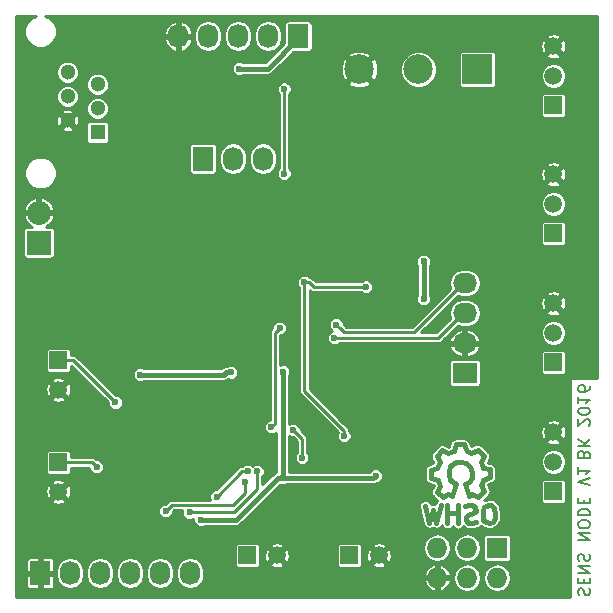
<source format=gbl>
G04 #@! TF.FileFunction,Copper,L2,Bot,Signal*
%FSLAX46Y46*%
G04 Gerber Fmt 4.6, Leading zero omitted, Abs format (unit mm)*
G04 Created by KiCad (PCBNEW 4.0.2-stable) date 3/23/2016 2:13:11 PM*
%MOMM*%
G01*
G04 APERTURE LIST*
%ADD10C,0.100000*%
%ADD11C,0.150000*%
%ADD12C,0.381000*%
%ADD13R,1.727200X2.032000*%
%ADD14O,1.727200X2.032000*%
%ADD15R,1.727200X1.727200*%
%ADD16O,1.727200X1.727200*%
%ADD17C,2.500000*%
%ADD18R,2.500000X2.500000*%
%ADD19R,1.500000X1.500000*%
%ADD20C,1.500000*%
%ADD21R,2.032000X2.032000*%
%ADD22O,2.032000X2.032000*%
%ADD23R,2.032000X1.727200*%
%ADD24O,2.032000X1.727200*%
%ADD25C,1.300000*%
%ADD26R,1.300000X1.300000*%
%ADD27C,0.600000*%
%ADD28C,0.400000*%
%ADD29C,0.250000*%
%ADD30C,0.254000*%
G04 APERTURE END LIST*
D10*
D11*
X138025238Y-119450762D02*
X137977619Y-119307905D01*
X137977619Y-119069809D01*
X138025238Y-118974571D01*
X138072857Y-118926952D01*
X138168095Y-118879333D01*
X138263333Y-118879333D01*
X138358571Y-118926952D01*
X138406190Y-118974571D01*
X138453810Y-119069809D01*
X138501429Y-119260286D01*
X138549048Y-119355524D01*
X138596667Y-119403143D01*
X138691905Y-119450762D01*
X138787143Y-119450762D01*
X138882381Y-119403143D01*
X138930000Y-119355524D01*
X138977619Y-119260286D01*
X138977619Y-119022190D01*
X138930000Y-118879333D01*
X138501429Y-118450762D02*
X138501429Y-118117428D01*
X137977619Y-117974571D02*
X137977619Y-118450762D01*
X138977619Y-118450762D01*
X138977619Y-117974571D01*
X137977619Y-117546000D02*
X138977619Y-117546000D01*
X137977619Y-116974571D01*
X138977619Y-116974571D01*
X138025238Y-116546000D02*
X137977619Y-116403143D01*
X137977619Y-116165047D01*
X138025238Y-116069809D01*
X138072857Y-116022190D01*
X138168095Y-115974571D01*
X138263333Y-115974571D01*
X138358571Y-116022190D01*
X138406190Y-116069809D01*
X138453810Y-116165047D01*
X138501429Y-116355524D01*
X138549048Y-116450762D01*
X138596667Y-116498381D01*
X138691905Y-116546000D01*
X138787143Y-116546000D01*
X138882381Y-116498381D01*
X138930000Y-116450762D01*
X138977619Y-116355524D01*
X138977619Y-116117428D01*
X138930000Y-115974571D01*
X137977619Y-114784095D02*
X138977619Y-114784095D01*
X137977619Y-114212666D01*
X138977619Y-114212666D01*
X138977619Y-113546000D02*
X138977619Y-113355523D01*
X138930000Y-113260285D01*
X138834762Y-113165047D01*
X138644286Y-113117428D01*
X138310952Y-113117428D01*
X138120476Y-113165047D01*
X138025238Y-113260285D01*
X137977619Y-113355523D01*
X137977619Y-113546000D01*
X138025238Y-113641238D01*
X138120476Y-113736476D01*
X138310952Y-113784095D01*
X138644286Y-113784095D01*
X138834762Y-113736476D01*
X138930000Y-113641238D01*
X138977619Y-113546000D01*
X137977619Y-112688857D02*
X138977619Y-112688857D01*
X138977619Y-112450762D01*
X138930000Y-112307904D01*
X138834762Y-112212666D01*
X138739524Y-112165047D01*
X138549048Y-112117428D01*
X138406190Y-112117428D01*
X138215714Y-112165047D01*
X138120476Y-112212666D01*
X138025238Y-112307904D01*
X137977619Y-112450762D01*
X137977619Y-112688857D01*
X138501429Y-111688857D02*
X138501429Y-111355523D01*
X137977619Y-111212666D02*
X137977619Y-111688857D01*
X138977619Y-111688857D01*
X138977619Y-111212666D01*
X138977619Y-110165047D02*
X137977619Y-109831714D01*
X138977619Y-109498380D01*
X137977619Y-108641237D02*
X137977619Y-109212666D01*
X137977619Y-108926952D02*
X138977619Y-108926952D01*
X138834762Y-109022190D01*
X138739524Y-109117428D01*
X138691905Y-109212666D01*
X138501429Y-107489285D02*
X138453810Y-107346428D01*
X138406190Y-107298809D01*
X138310952Y-107251190D01*
X138168095Y-107251190D01*
X138072857Y-107298809D01*
X138025238Y-107346428D01*
X137977619Y-107441666D01*
X137977619Y-107822619D01*
X138977619Y-107822619D01*
X138977619Y-107489285D01*
X138930000Y-107394047D01*
X138882381Y-107346428D01*
X138787143Y-107298809D01*
X138691905Y-107298809D01*
X138596667Y-107346428D01*
X138549048Y-107394047D01*
X138501429Y-107489285D01*
X138501429Y-107822619D01*
X137977619Y-106822619D02*
X138977619Y-106822619D01*
X137977619Y-106251190D02*
X138549048Y-106679762D01*
X138977619Y-106251190D02*
X138406190Y-106822619D01*
X138882381Y-105108333D02*
X138930000Y-105060714D01*
X138977619Y-104965476D01*
X138977619Y-104727380D01*
X138930000Y-104632142D01*
X138882381Y-104584523D01*
X138787143Y-104536904D01*
X138691905Y-104536904D01*
X138549048Y-104584523D01*
X137977619Y-105155952D01*
X137977619Y-104536904D01*
X138977619Y-103917857D02*
X138977619Y-103822618D01*
X138930000Y-103727380D01*
X138882381Y-103679761D01*
X138787143Y-103632142D01*
X138596667Y-103584523D01*
X138358571Y-103584523D01*
X138168095Y-103632142D01*
X138072857Y-103679761D01*
X138025238Y-103727380D01*
X137977619Y-103822618D01*
X137977619Y-103917857D01*
X138025238Y-104013095D01*
X138072857Y-104060714D01*
X138168095Y-104108333D01*
X138358571Y-104155952D01*
X138596667Y-104155952D01*
X138787143Y-104108333D01*
X138882381Y-104060714D01*
X138930000Y-104013095D01*
X138977619Y-103917857D01*
X137977619Y-102632142D02*
X137977619Y-103203571D01*
X137977619Y-102917857D02*
X138977619Y-102917857D01*
X138834762Y-103013095D01*
X138739524Y-103108333D01*
X138691905Y-103203571D01*
X138977619Y-101774999D02*
X138977619Y-101965476D01*
X138930000Y-102060714D01*
X138882381Y-102108333D01*
X138739524Y-102203571D01*
X138549048Y-102251190D01*
X138168095Y-102251190D01*
X138072857Y-102203571D01*
X138025238Y-102155952D01*
X137977619Y-102060714D01*
X137977619Y-101870237D01*
X138025238Y-101774999D01*
X138072857Y-101727380D01*
X138168095Y-101679761D01*
X138406190Y-101679761D01*
X138501429Y-101727380D01*
X138549048Y-101774999D01*
X138596667Y-101870237D01*
X138596667Y-102060714D01*
X138549048Y-102155952D01*
X138501429Y-102203571D01*
X138406190Y-102251190D01*
D12*
X126347220Y-111846360D02*
X125986540Y-113317020D01*
X125986540Y-113317020D02*
X125707140Y-112255300D01*
X125707140Y-112255300D02*
X125397260Y-113327180D01*
X125397260Y-113327180D02*
X125056900Y-111876840D01*
X127767080Y-112537240D02*
X126977140Y-112527080D01*
X126977140Y-112527080D02*
X126966980Y-112537240D01*
X126966980Y-112537240D02*
X126966980Y-112527080D01*
X126926340Y-111815880D02*
X126926340Y-113357660D01*
X127815340Y-111805720D02*
X127815340Y-113375440D01*
X127815340Y-113375440D02*
X127805180Y-113365280D01*
X128366520Y-111907320D02*
X128717040Y-111826040D01*
X128717040Y-111826040D02*
X129037080Y-111815880D01*
X129037080Y-111815880D02*
X129275840Y-112016540D01*
X129275840Y-112016540D02*
X129306320Y-112285780D01*
X129306320Y-112285780D02*
X129065020Y-112527080D01*
X129065020Y-112527080D02*
X128676400Y-112656620D01*
X128676400Y-112656620D02*
X128496060Y-112816640D01*
X128496060Y-112816640D02*
X128455420Y-113116360D01*
X128455420Y-113116360D02*
X128686560Y-113337340D01*
X128686560Y-113337340D02*
X129006600Y-113365280D01*
X129006600Y-113365280D02*
X129357120Y-113256060D01*
X130395980Y-111805720D02*
X130644900Y-111826040D01*
X130644900Y-111826040D02*
X130886200Y-112067340D01*
X130886200Y-112067340D02*
X130975100Y-112557560D01*
X130975100Y-112557560D02*
X130947160Y-112905540D01*
X130947160Y-112905540D02*
X130746500Y-113225580D01*
X130746500Y-113225580D02*
X130495040Y-113347500D01*
X130495040Y-113347500D02*
X130185160Y-113276380D01*
X130185160Y-113276380D02*
X129966720Y-113096040D01*
X129966720Y-113096040D02*
X129895600Y-112636300D01*
X129895600Y-112636300D02*
X129946400Y-112227360D01*
X129946400Y-112227360D02*
X130055620Y-111945420D01*
X130055620Y-111945420D02*
X130416300Y-111815880D01*
X129796540Y-110086140D02*
X130055620Y-110647480D01*
X130055620Y-110647480D02*
X129517140Y-111165640D01*
X129517140Y-111165640D02*
X128996440Y-110896400D01*
X128996440Y-110896400D02*
X128717040Y-111056420D01*
X127276860Y-111036100D02*
X126946660Y-110845600D01*
X126946660Y-110845600D02*
X126507240Y-111175800D01*
X126507240Y-111175800D02*
X126034800Y-110685580D01*
X126034800Y-110685580D02*
X126316740Y-110205520D01*
X126316740Y-110205520D02*
X126126240Y-109735620D01*
X126126240Y-109735620D02*
X125516640Y-109547660D01*
X125516640Y-109547660D02*
X125516640Y-108866940D01*
X125516640Y-108866940D02*
X126075440Y-108727240D01*
X126075440Y-108727240D02*
X126276100Y-108155740D01*
X126276100Y-108155740D02*
X126006860Y-107685840D01*
X126006860Y-107685840D02*
X126476760Y-107175300D01*
X126476760Y-107175300D02*
X126994920Y-107436920D01*
X126994920Y-107436920D02*
X127464820Y-107236260D01*
X127464820Y-107236260D02*
X127635000Y-106695240D01*
X127635000Y-106695240D02*
X128325880Y-106677460D01*
X128325880Y-106677460D02*
X128536700Y-107226100D01*
X128536700Y-107226100D02*
X128955800Y-107396280D01*
X128955800Y-107396280D02*
X129506980Y-107127040D01*
X129506980Y-107127040D02*
X130025140Y-107655360D01*
X130025140Y-107655360D02*
X129776220Y-108196380D01*
X129776220Y-108196380D02*
X129946400Y-108676440D01*
X129946400Y-108676440D02*
X130495040Y-108775500D01*
X130495040Y-108775500D02*
X130505200Y-109476540D01*
X130505200Y-109476540D02*
X129946400Y-109677200D01*
X129946400Y-109677200D02*
X129806700Y-110075980D01*
X127665480Y-110055660D02*
X127365760Y-109905800D01*
X127365760Y-109905800D02*
X127165100Y-109707680D01*
X127165100Y-109707680D02*
X127015240Y-109306360D01*
X127015240Y-109306360D02*
X127015240Y-108907580D01*
X127015240Y-108907580D02*
X127165100Y-108557060D01*
X127165100Y-108557060D02*
X127617220Y-108206540D01*
X127617220Y-108206540D02*
X128066800Y-108155740D01*
X128066800Y-108155740D02*
X128465580Y-108257340D01*
X128465580Y-108257340D02*
X128866900Y-108605320D01*
X128866900Y-108605320D02*
X129016760Y-109057440D01*
X129016760Y-109057440D02*
X128965960Y-109555280D01*
X128965960Y-109555280D02*
X128717040Y-109857540D01*
X128717040Y-109857540D02*
X128366520Y-110055660D01*
X128366520Y-110055660D02*
X128717040Y-111056420D01*
X127665480Y-110055660D02*
X127266700Y-111056420D01*
D13*
X114300000Y-72136000D03*
D14*
X111760000Y-72136000D03*
X109220000Y-72136000D03*
X106680000Y-72136000D03*
X104140000Y-72136000D03*
D15*
X131127500Y-115443000D03*
D16*
X131127500Y-117983000D03*
X128587500Y-115443000D03*
X128587500Y-117983000D03*
X126047500Y-115443000D03*
X126047500Y-117983000D03*
D13*
X106235500Y-82486500D03*
D14*
X108775500Y-82486500D03*
X111315500Y-82486500D03*
D13*
X92456000Y-117602000D03*
D14*
X94996000Y-117602000D03*
X97536000Y-117602000D03*
X100076000Y-117602000D03*
X102616000Y-117602000D03*
X105156000Y-117602000D03*
D17*
X119460000Y-74930000D03*
D18*
X129460000Y-74930000D03*
D17*
X124460000Y-74930000D03*
D19*
X118618000Y-116078000D03*
D20*
X121118000Y-116078000D03*
D19*
X109982000Y-116078000D03*
D20*
X112482000Y-116078000D03*
D19*
X93980000Y-108204000D03*
D20*
X93980000Y-110704000D03*
D19*
X93980000Y-99568000D03*
D20*
X93980000Y-102068000D03*
D21*
X92329000Y-89598500D03*
D22*
X92329000Y-87058500D03*
D23*
X128397000Y-100647500D03*
D24*
X128397000Y-98107500D03*
X128397000Y-95567500D03*
X128397000Y-93027500D03*
D25*
X97296000Y-78234000D03*
X97296000Y-76194000D03*
D26*
X97296000Y-80274000D03*
D25*
X94756000Y-75174000D03*
X94756000Y-77214000D03*
X94756000Y-79254000D03*
D19*
X135890000Y-99742000D03*
D20*
X135890000Y-97242000D03*
X135890000Y-94742000D03*
D19*
X135890000Y-110664000D03*
D20*
X135890000Y-108164000D03*
X135890000Y-105664000D03*
D19*
X135890000Y-77978000D03*
D20*
X135890000Y-75478000D03*
X135890000Y-72978000D03*
D19*
X135890000Y-88820000D03*
D20*
X135890000Y-86320000D03*
X135890000Y-83820000D03*
D27*
X108585000Y-100584000D03*
X100901500Y-100774500D03*
X106045000Y-113093500D03*
X120838660Y-109348839D03*
X112966500Y-100520500D03*
X112966500Y-109537500D03*
X109283500Y-74866500D03*
X110896400Y-93192600D03*
X124523500Y-83629500D03*
X100965000Y-104140000D03*
X108839000Y-103251000D03*
X105791000Y-98869500D03*
X108045338Y-106553000D03*
X123761500Y-98298000D03*
X105092500Y-112448520D03*
X110807500Y-108966000D03*
X109791500Y-109855000D03*
X103060500Y-112331500D03*
X103060500Y-112331500D03*
X98806000Y-103124000D03*
X97220020Y-108585000D03*
X107378500Y-111125000D03*
X110007514Y-108959589D03*
X114602619Y-107808119D03*
X113855500Y-105473500D03*
X113093500Y-76581000D03*
X113093500Y-83756500D03*
X112712500Y-96837500D03*
X112014000Y-105219500D03*
X118173500Y-105981500D03*
X120015000Y-93345000D03*
X114808000Y-92964000D03*
X124904500Y-94361000D03*
X124904500Y-91186000D03*
X117500400Y-96545400D03*
X117348000Y-97663002D03*
D28*
X108160736Y-100584000D02*
X107970236Y-100774500D01*
X108585000Y-100584000D02*
X108160736Y-100584000D01*
X107970236Y-100774500D02*
X100901500Y-100774500D01*
X108986236Y-113093500D02*
X106045000Y-113093500D01*
X112966500Y-109537500D02*
X112542236Y-109537500D01*
X112542236Y-109537500D02*
X108986236Y-113093500D01*
X120649999Y-109537500D02*
X120838660Y-109348839D01*
X112966500Y-109537500D02*
X120649999Y-109537500D01*
X112966500Y-109537500D02*
X112966500Y-100520500D01*
X114300000Y-72136000D02*
X114300000Y-72288400D01*
X114300000Y-72288400D02*
X111721900Y-74866500D01*
X111721900Y-74866500D02*
X109707764Y-74866500D01*
X109707764Y-74866500D02*
X109283500Y-74866500D01*
D29*
X110807500Y-110490000D02*
X108848980Y-112448520D01*
X105516764Y-112448520D02*
X105092500Y-112448520D01*
X110807500Y-108966000D02*
X110807500Y-110490000D01*
X108848980Y-112448520D02*
X105516764Y-112448520D01*
X108775500Y-111823500D02*
X109791500Y-110807500D01*
X103060500Y-112331500D02*
X103568500Y-111823500D01*
X103568500Y-111823500D02*
X108775500Y-111823500D01*
X109791500Y-110807500D02*
X109791500Y-109855000D01*
X98806000Y-103124000D02*
X95250000Y-99568000D01*
X95250000Y-99568000D02*
X93980000Y-99568000D01*
X96920021Y-108285001D02*
X97220020Y-108585000D01*
X96839020Y-108204000D02*
X96920021Y-108285001D01*
X93980000Y-108204000D02*
X96839020Y-108204000D01*
X107378500Y-111125000D02*
X109543911Y-108959589D01*
X109543911Y-108959589D02*
X110007514Y-108959589D01*
X109583250Y-108959589D02*
X110007514Y-108959589D01*
X114602619Y-107383855D02*
X114602619Y-107808119D01*
X114602619Y-106220619D02*
X114602619Y-107383855D01*
X113855500Y-105473500D02*
X114602619Y-106220619D01*
X113093500Y-83756500D02*
X113093500Y-76581000D01*
X112313999Y-97236001D02*
X112712500Y-96837500D01*
X112014000Y-105219500D02*
X112313999Y-104919501D01*
X112313999Y-104919501D02*
X112313999Y-97236001D01*
X118173500Y-105981500D02*
X118173500Y-105557236D01*
X114808000Y-93388264D02*
X114808000Y-92964000D01*
X118173500Y-105557236D02*
X114808000Y-102191736D01*
X114808000Y-102191736D02*
X114808000Y-93388264D01*
X115613264Y-93345000D02*
X120015000Y-93345000D01*
X114808000Y-92964000D02*
X115232264Y-92964000D01*
X115232264Y-92964000D02*
X115613264Y-93345000D01*
D28*
X124904500Y-94361000D02*
X124904500Y-91186000D01*
D29*
X117800399Y-96845399D02*
X117500400Y-96545400D01*
X124071101Y-97200999D02*
X118155999Y-97200999D01*
X128244600Y-93027500D02*
X124071101Y-97200999D01*
X118155999Y-97200999D02*
X117800399Y-96845399D01*
X128397000Y-93027500D02*
X128244600Y-93027500D01*
X128244600Y-95567500D02*
X126149098Y-97663002D01*
X117772264Y-97663002D02*
X117348000Y-97663002D01*
X128397000Y-95567500D02*
X128244600Y-95567500D01*
X126149098Y-97663002D02*
X117772264Y-97663002D01*
D30*
G36*
X91677011Y-70555956D02*
X91289317Y-70942974D01*
X91079240Y-71448896D01*
X91078762Y-71996701D01*
X91287956Y-72502989D01*
X91674974Y-72890683D01*
X92180896Y-73100760D01*
X92728701Y-73101238D01*
X93234989Y-72892044D01*
X93622683Y-72505026D01*
X93645625Y-72449775D01*
X102958749Y-72449775D01*
X103110422Y-72889536D01*
X103418839Y-73237780D01*
X103829375Y-73437765D01*
X104013000Y-73389953D01*
X104013000Y-72263000D01*
X104267000Y-72263000D01*
X104267000Y-73389953D01*
X104450625Y-73437765D01*
X104861161Y-73237780D01*
X105169578Y-72889536D01*
X105321251Y-72449775D01*
X105250202Y-72263000D01*
X104267000Y-72263000D01*
X104013000Y-72263000D01*
X103029798Y-72263000D01*
X102958749Y-72449775D01*
X93645625Y-72449775D01*
X93832760Y-71999104D01*
X93832914Y-71822225D01*
X102958749Y-71822225D01*
X103029798Y-72009000D01*
X104013000Y-72009000D01*
X104013000Y-70882047D01*
X104267000Y-70882047D01*
X104267000Y-72009000D01*
X105250202Y-72009000D01*
X105269872Y-71957289D01*
X105489400Y-71957289D01*
X105489400Y-72314711D01*
X105580029Y-72770334D01*
X105838119Y-73156592D01*
X106224377Y-73414682D01*
X106680000Y-73505311D01*
X107135623Y-73414682D01*
X107521881Y-73156592D01*
X107779971Y-72770334D01*
X107870600Y-72314711D01*
X107870600Y-71957289D01*
X108029400Y-71957289D01*
X108029400Y-72314711D01*
X108120029Y-72770334D01*
X108378119Y-73156592D01*
X108764377Y-73414682D01*
X109220000Y-73505311D01*
X109675623Y-73414682D01*
X110061881Y-73156592D01*
X110319971Y-72770334D01*
X110410600Y-72314711D01*
X110410600Y-71957289D01*
X110569400Y-71957289D01*
X110569400Y-72314711D01*
X110660029Y-72770334D01*
X110918119Y-73156592D01*
X111304377Y-73414682D01*
X111760000Y-73505311D01*
X112215623Y-73414682D01*
X112601881Y-73156592D01*
X112859971Y-72770334D01*
X112950600Y-72314711D01*
X112950600Y-71957289D01*
X112859971Y-71501666D01*
X112601881Y-71115408D01*
X112215623Y-70857318D01*
X111760000Y-70766689D01*
X111304377Y-70857318D01*
X110918119Y-71115408D01*
X110660029Y-71501666D01*
X110569400Y-71957289D01*
X110410600Y-71957289D01*
X110319971Y-71501666D01*
X110061881Y-71115408D01*
X109675623Y-70857318D01*
X109220000Y-70766689D01*
X108764377Y-70857318D01*
X108378119Y-71115408D01*
X108120029Y-71501666D01*
X108029400Y-71957289D01*
X107870600Y-71957289D01*
X107779971Y-71501666D01*
X107521881Y-71115408D01*
X107135623Y-70857318D01*
X106680000Y-70766689D01*
X106224377Y-70857318D01*
X105838119Y-71115408D01*
X105580029Y-71501666D01*
X105489400Y-71957289D01*
X105269872Y-71957289D01*
X105321251Y-71822225D01*
X105169578Y-71382464D01*
X104861161Y-71034220D01*
X104450625Y-70834235D01*
X104267000Y-70882047D01*
X104013000Y-70882047D01*
X103829375Y-70834235D01*
X103418839Y-71034220D01*
X103110422Y-71382464D01*
X102958749Y-71822225D01*
X93832914Y-71822225D01*
X93833238Y-71451299D01*
X93624044Y-70945011D01*
X93237026Y-70557317D01*
X92862981Y-70402000D01*
X139598000Y-70402000D01*
X139598000Y-101087286D01*
X137328000Y-101087286D01*
X137328000Y-119598000D01*
X90402000Y-119598000D01*
X90402000Y-117810750D01*
X91265400Y-117810750D01*
X91265400Y-118683044D01*
X91315183Y-118803230D01*
X91407169Y-118895217D01*
X91527355Y-118945000D01*
X92247250Y-118945000D01*
X92329000Y-118863250D01*
X92329000Y-117729000D01*
X92583000Y-117729000D01*
X92583000Y-118863250D01*
X92664750Y-118945000D01*
X93384645Y-118945000D01*
X93504831Y-118895217D01*
X93596817Y-118803230D01*
X93646600Y-118683044D01*
X93646600Y-117810750D01*
X93564850Y-117729000D01*
X92583000Y-117729000D01*
X92329000Y-117729000D01*
X91347150Y-117729000D01*
X91265400Y-117810750D01*
X90402000Y-117810750D01*
X90402000Y-116520956D01*
X91265400Y-116520956D01*
X91265400Y-117393250D01*
X91347150Y-117475000D01*
X92329000Y-117475000D01*
X92329000Y-116340750D01*
X92583000Y-116340750D01*
X92583000Y-117475000D01*
X93564850Y-117475000D01*
X93616561Y-117423289D01*
X93805400Y-117423289D01*
X93805400Y-117780711D01*
X93896029Y-118236334D01*
X94154119Y-118622592D01*
X94540377Y-118880682D01*
X94996000Y-118971311D01*
X95451623Y-118880682D01*
X95837881Y-118622592D01*
X96095971Y-118236334D01*
X96186600Y-117780711D01*
X96186600Y-117423289D01*
X96345400Y-117423289D01*
X96345400Y-117780711D01*
X96436029Y-118236334D01*
X96694119Y-118622592D01*
X97080377Y-118880682D01*
X97536000Y-118971311D01*
X97991623Y-118880682D01*
X98377881Y-118622592D01*
X98635971Y-118236334D01*
X98726600Y-117780711D01*
X98726600Y-117423289D01*
X98885400Y-117423289D01*
X98885400Y-117780711D01*
X98976029Y-118236334D01*
X99234119Y-118622592D01*
X99620377Y-118880682D01*
X100076000Y-118971311D01*
X100531623Y-118880682D01*
X100917881Y-118622592D01*
X101175971Y-118236334D01*
X101266600Y-117780711D01*
X101266600Y-117423289D01*
X101425400Y-117423289D01*
X101425400Y-117780711D01*
X101516029Y-118236334D01*
X101774119Y-118622592D01*
X102160377Y-118880682D01*
X102616000Y-118971311D01*
X103071623Y-118880682D01*
X103457881Y-118622592D01*
X103715971Y-118236334D01*
X103806600Y-117780711D01*
X103806600Y-117423289D01*
X103965400Y-117423289D01*
X103965400Y-117780711D01*
X104056029Y-118236334D01*
X104314119Y-118622592D01*
X104700377Y-118880682D01*
X105156000Y-118971311D01*
X105611623Y-118880682D01*
X105997881Y-118622592D01*
X106217688Y-118293627D01*
X124898123Y-118293627D01*
X125104486Y-118709829D01*
X125454414Y-119015378D01*
X125736875Y-119132365D01*
X125920500Y-119084553D01*
X125920500Y-118110000D01*
X126174500Y-118110000D01*
X126174500Y-119084553D01*
X126358125Y-119132365D01*
X126640586Y-119015378D01*
X126990514Y-118709829D01*
X127196877Y-118293627D01*
X127149569Y-118110000D01*
X126174500Y-118110000D01*
X125920500Y-118110000D01*
X124945431Y-118110000D01*
X124898123Y-118293627D01*
X106217688Y-118293627D01*
X106255971Y-118236334D01*
X106311001Y-117959675D01*
X127396900Y-117959675D01*
X127396900Y-118006325D01*
X127487529Y-118461948D01*
X127745619Y-118848206D01*
X128131877Y-119106296D01*
X128587500Y-119196925D01*
X129043123Y-119106296D01*
X129429381Y-118848206D01*
X129687471Y-118461948D01*
X129778100Y-118006325D01*
X129778100Y-117959675D01*
X129936900Y-117959675D01*
X129936900Y-118006325D01*
X130027529Y-118461948D01*
X130285619Y-118848206D01*
X130671877Y-119106296D01*
X131127500Y-119196925D01*
X131583123Y-119106296D01*
X131969381Y-118848206D01*
X132227471Y-118461948D01*
X132318100Y-118006325D01*
X132318100Y-117959675D01*
X132227471Y-117504052D01*
X131969381Y-117117794D01*
X131583123Y-116859704D01*
X131127500Y-116769075D01*
X130671877Y-116859704D01*
X130285619Y-117117794D01*
X130027529Y-117504052D01*
X129936900Y-117959675D01*
X129778100Y-117959675D01*
X129687471Y-117504052D01*
X129429381Y-117117794D01*
X129043123Y-116859704D01*
X128587500Y-116769075D01*
X128131877Y-116859704D01*
X127745619Y-117117794D01*
X127487529Y-117504052D01*
X127396900Y-117959675D01*
X106311001Y-117959675D01*
X106346600Y-117780711D01*
X106346600Y-117672373D01*
X124898123Y-117672373D01*
X124945431Y-117856000D01*
X125920500Y-117856000D01*
X125920500Y-116881447D01*
X126174500Y-116881447D01*
X126174500Y-117856000D01*
X127149569Y-117856000D01*
X127196877Y-117672373D01*
X126990514Y-117256171D01*
X126640586Y-116950622D01*
X126358125Y-116833635D01*
X126174500Y-116881447D01*
X125920500Y-116881447D01*
X125736875Y-116833635D01*
X125454414Y-116950622D01*
X125104486Y-117256171D01*
X124898123Y-117672373D01*
X106346600Y-117672373D01*
X106346600Y-117423289D01*
X106255971Y-116967666D01*
X105997881Y-116581408D01*
X105611623Y-116323318D01*
X105156000Y-116232689D01*
X104700377Y-116323318D01*
X104314119Y-116581408D01*
X104056029Y-116967666D01*
X103965400Y-117423289D01*
X103806600Y-117423289D01*
X103715971Y-116967666D01*
X103457881Y-116581408D01*
X103071623Y-116323318D01*
X102616000Y-116232689D01*
X102160377Y-116323318D01*
X101774119Y-116581408D01*
X101516029Y-116967666D01*
X101425400Y-117423289D01*
X101266600Y-117423289D01*
X101175971Y-116967666D01*
X100917881Y-116581408D01*
X100531623Y-116323318D01*
X100076000Y-116232689D01*
X99620377Y-116323318D01*
X99234119Y-116581408D01*
X98976029Y-116967666D01*
X98885400Y-117423289D01*
X98726600Y-117423289D01*
X98635971Y-116967666D01*
X98377881Y-116581408D01*
X97991623Y-116323318D01*
X97536000Y-116232689D01*
X97080377Y-116323318D01*
X96694119Y-116581408D01*
X96436029Y-116967666D01*
X96345400Y-117423289D01*
X96186600Y-117423289D01*
X96095971Y-116967666D01*
X95837881Y-116581408D01*
X95451623Y-116323318D01*
X94996000Y-116232689D01*
X94540377Y-116323318D01*
X94154119Y-116581408D01*
X93896029Y-116967666D01*
X93805400Y-117423289D01*
X93616561Y-117423289D01*
X93646600Y-117393250D01*
X93646600Y-116520956D01*
X93596817Y-116400770D01*
X93504831Y-116308783D01*
X93384645Y-116259000D01*
X92664750Y-116259000D01*
X92583000Y-116340750D01*
X92329000Y-116340750D01*
X92247250Y-116259000D01*
X91527355Y-116259000D01*
X91407169Y-116308783D01*
X91315183Y-116400770D01*
X91265400Y-116520956D01*
X90402000Y-116520956D01*
X90402000Y-115328000D01*
X108898594Y-115328000D01*
X108898594Y-116828000D01*
X108921395Y-116949179D01*
X108993012Y-117060474D01*
X109102286Y-117135138D01*
X109232000Y-117161406D01*
X110732000Y-117161406D01*
X110853179Y-117138605D01*
X110964474Y-117066988D01*
X111039138Y-116957714D01*
X111054705Y-116880838D01*
X111858767Y-116880838D01*
X111943629Y-117035068D01*
X112350864Y-117168241D01*
X112778063Y-117135435D01*
X113020371Y-117035068D01*
X113105233Y-116880838D01*
X112482000Y-116257605D01*
X111858767Y-116880838D01*
X111054705Y-116880838D01*
X111065406Y-116828000D01*
X111065406Y-115946864D01*
X111391759Y-115946864D01*
X111424565Y-116374063D01*
X111524932Y-116616371D01*
X111679162Y-116701233D01*
X112302395Y-116078000D01*
X112661605Y-116078000D01*
X113284838Y-116701233D01*
X113439068Y-116616371D01*
X113572241Y-116209136D01*
X113539435Y-115781937D01*
X113439068Y-115539629D01*
X113284838Y-115454767D01*
X112661605Y-116078000D01*
X112302395Y-116078000D01*
X111679162Y-115454767D01*
X111524932Y-115539629D01*
X111391759Y-115946864D01*
X111065406Y-115946864D01*
X111065406Y-115328000D01*
X111055465Y-115275162D01*
X111858767Y-115275162D01*
X112482000Y-115898395D01*
X113052395Y-115328000D01*
X117534594Y-115328000D01*
X117534594Y-116828000D01*
X117557395Y-116949179D01*
X117629012Y-117060474D01*
X117738286Y-117135138D01*
X117868000Y-117161406D01*
X119368000Y-117161406D01*
X119489179Y-117138605D01*
X119600474Y-117066988D01*
X119675138Y-116957714D01*
X119690705Y-116880838D01*
X120494767Y-116880838D01*
X120579629Y-117035068D01*
X120986864Y-117168241D01*
X121414063Y-117135435D01*
X121656371Y-117035068D01*
X121741233Y-116880838D01*
X121118000Y-116257605D01*
X120494767Y-116880838D01*
X119690705Y-116880838D01*
X119701406Y-116828000D01*
X119701406Y-115946864D01*
X120027759Y-115946864D01*
X120060565Y-116374063D01*
X120160932Y-116616371D01*
X120315162Y-116701233D01*
X120938395Y-116078000D01*
X121297605Y-116078000D01*
X121920838Y-116701233D01*
X122075068Y-116616371D01*
X122208241Y-116209136D01*
X122175435Y-115781937D01*
X122075068Y-115539629D01*
X121920838Y-115454767D01*
X121297605Y-116078000D01*
X120938395Y-116078000D01*
X120315162Y-115454767D01*
X120160932Y-115539629D01*
X120027759Y-115946864D01*
X119701406Y-115946864D01*
X119701406Y-115328000D01*
X119691465Y-115275162D01*
X120494767Y-115275162D01*
X121118000Y-115898395D01*
X121596720Y-115419675D01*
X124856900Y-115419675D01*
X124856900Y-115466325D01*
X124947529Y-115921948D01*
X125205619Y-116308206D01*
X125591877Y-116566296D01*
X126047500Y-116656925D01*
X126503123Y-116566296D01*
X126889381Y-116308206D01*
X127147471Y-115921948D01*
X127238100Y-115466325D01*
X127238100Y-115419675D01*
X127396900Y-115419675D01*
X127396900Y-115466325D01*
X127487529Y-115921948D01*
X127745619Y-116308206D01*
X128131877Y-116566296D01*
X128587500Y-116656925D01*
X129043123Y-116566296D01*
X129429381Y-116308206D01*
X129687471Y-115921948D01*
X129778100Y-115466325D01*
X129778100Y-115419675D01*
X129687471Y-114964052D01*
X129430455Y-114579400D01*
X129930494Y-114579400D01*
X129930494Y-116306600D01*
X129953295Y-116427779D01*
X130024912Y-116539074D01*
X130134186Y-116613738D01*
X130263900Y-116640006D01*
X131991100Y-116640006D01*
X132112279Y-116617205D01*
X132223574Y-116545588D01*
X132298238Y-116436314D01*
X132324506Y-116306600D01*
X132324506Y-114579400D01*
X132301705Y-114458221D01*
X132230088Y-114346926D01*
X132120814Y-114272262D01*
X131991100Y-114245994D01*
X130263900Y-114245994D01*
X130142721Y-114268795D01*
X130031426Y-114340412D01*
X129956762Y-114449686D01*
X129930494Y-114579400D01*
X129430455Y-114579400D01*
X129429381Y-114577794D01*
X129043123Y-114319704D01*
X128587500Y-114229075D01*
X128131877Y-114319704D01*
X127745619Y-114577794D01*
X127487529Y-114964052D01*
X127396900Y-115419675D01*
X127238100Y-115419675D01*
X127147471Y-114964052D01*
X126889381Y-114577794D01*
X126503123Y-114319704D01*
X126047500Y-114229075D01*
X125591877Y-114319704D01*
X125205619Y-114577794D01*
X124947529Y-114964052D01*
X124856900Y-115419675D01*
X121596720Y-115419675D01*
X121741233Y-115275162D01*
X121656371Y-115120932D01*
X121249136Y-114987759D01*
X120821937Y-115020565D01*
X120579629Y-115120932D01*
X120494767Y-115275162D01*
X119691465Y-115275162D01*
X119678605Y-115206821D01*
X119606988Y-115095526D01*
X119497714Y-115020862D01*
X119368000Y-114994594D01*
X117868000Y-114994594D01*
X117746821Y-115017395D01*
X117635526Y-115089012D01*
X117560862Y-115198286D01*
X117534594Y-115328000D01*
X113052395Y-115328000D01*
X113105233Y-115275162D01*
X113020371Y-115120932D01*
X112613136Y-114987759D01*
X112185937Y-115020565D01*
X111943629Y-115120932D01*
X111858767Y-115275162D01*
X111055465Y-115275162D01*
X111042605Y-115206821D01*
X110970988Y-115095526D01*
X110861714Y-115020862D01*
X110732000Y-114994594D01*
X109232000Y-114994594D01*
X109110821Y-115017395D01*
X108999526Y-115089012D01*
X108924862Y-115198286D01*
X108898594Y-115328000D01*
X90402000Y-115328000D01*
X90402000Y-112455671D01*
X102433391Y-112455671D01*
X102528645Y-112686203D01*
X102704869Y-112862735D01*
X102935235Y-112958391D01*
X103184671Y-112958609D01*
X103415203Y-112863355D01*
X103591735Y-112687131D01*
X103687391Y-112456765D01*
X103687490Y-112343735D01*
X103755725Y-112275500D01*
X104485439Y-112275500D01*
X104465609Y-112323255D01*
X104465391Y-112572691D01*
X104560645Y-112803223D01*
X104736869Y-112979755D01*
X104967235Y-113075411D01*
X105216671Y-113075629D01*
X105418088Y-112992405D01*
X105417891Y-113217671D01*
X105513145Y-113448203D01*
X105689369Y-113624735D01*
X105919735Y-113720391D01*
X106169171Y-113720609D01*
X106399703Y-113625355D01*
X106404566Y-113620500D01*
X108986236Y-113620500D01*
X109187911Y-113580385D01*
X109358881Y-113466145D01*
X111031754Y-111793272D01*
X124546192Y-111793272D01*
X124553087Y-111995073D01*
X124893447Y-113445413D01*
X124922703Y-113509738D01*
X124944100Y-113577085D01*
X124964157Y-113600882D01*
X124977043Y-113629214D01*
X125028688Y-113677446D01*
X125074229Y-113731479D01*
X125101868Y-113745790D01*
X125124614Y-113767033D01*
X125190785Y-113791830D01*
X125253537Y-113824322D01*
X125284548Y-113826967D01*
X125313692Y-113837888D01*
X125384313Y-113835475D01*
X125454725Y-113841480D01*
X125484388Y-113832056D01*
X125515493Y-113830993D01*
X125579818Y-113801737D01*
X125647165Y-113780340D01*
X125670962Y-113760283D01*
X125699294Y-113747397D01*
X125702117Y-113744374D01*
X125705213Y-113745819D01*
X125725787Y-113764026D01*
X125795999Y-113788211D01*
X125863276Y-113819625D01*
X125890718Y-113820838D01*
X125916697Y-113829786D01*
X125990820Y-113825260D01*
X126064998Y-113828538D01*
X126090819Y-113819155D01*
X126118240Y-113817481D01*
X126184984Y-113784938D01*
X126254775Y-113759577D01*
X126275039Y-113741028D01*
X126299734Y-113728987D01*
X126348947Y-113673374D01*
X126403716Y-113623240D01*
X126415338Y-113598349D01*
X126433546Y-113577774D01*
X126445639Y-113542665D01*
X126448232Y-113555699D01*
X126560412Y-113723588D01*
X126728301Y-113835768D01*
X126926340Y-113875160D01*
X127124379Y-113835768D01*
X127292268Y-113723588D01*
X127363214Y-113617410D01*
X127439252Y-113731208D01*
X127449410Y-113741365D01*
X127449412Y-113741368D01*
X127591655Y-113836412D01*
X127617301Y-113853548D01*
X127815340Y-113892940D01*
X128013379Y-113853548D01*
X128181268Y-113741368D01*
X128251053Y-113636928D01*
X128328946Y-113711397D01*
X128390649Y-113750650D01*
X128447690Y-113796413D01*
X128475166Y-113804416D01*
X128499313Y-113819777D01*
X128571346Y-113832430D01*
X128641553Y-113852879D01*
X128961592Y-113880819D01*
X129060980Y-113869916D01*
X129160550Y-113859351D01*
X129511070Y-113750131D01*
X129688424Y-113653608D01*
X129744775Y-113583879D01*
X129855694Y-113675452D01*
X129872271Y-113684375D01*
X129885190Y-113698073D01*
X129960653Y-113731949D01*
X130033491Y-113771156D01*
X130052225Y-113773056D01*
X130069399Y-113780766D01*
X130379280Y-113851887D01*
X130452690Y-113854035D01*
X130525428Y-113864107D01*
X130552815Y-113856965D01*
X130581112Y-113857793D01*
X130649758Y-113831684D01*
X130720812Y-113813154D01*
X130972272Y-113691234D01*
X131006832Y-113665081D01*
X131046373Y-113647341D01*
X131086573Y-113604737D01*
X131133284Y-113569389D01*
X131155204Y-113532002D01*
X131184948Y-113500480D01*
X131385608Y-113180440D01*
X131393727Y-113159109D01*
X131407884Y-113141209D01*
X131429396Y-113065392D01*
X131457433Y-112991728D01*
X131456771Y-112968913D01*
X131463000Y-112946958D01*
X131490940Y-112598978D01*
X131483158Y-112532322D01*
X131484295Y-112465219D01*
X131395395Y-111974999D01*
X131375099Y-111923549D01*
X131364308Y-111869301D01*
X131338407Y-111830538D01*
X131321298Y-111787167D01*
X131282856Y-111747399D01*
X131252128Y-111701412D01*
X131010828Y-111460112D01*
X130944078Y-111415511D01*
X130881182Y-111365630D01*
X130860673Y-111359781D01*
X130842939Y-111347932D01*
X130764201Y-111332270D01*
X130687005Y-111310256D01*
X130438085Y-111289936D01*
X130237497Y-111313084D01*
X130150470Y-111361490D01*
X130006050Y-111413359D01*
X130414444Y-111020376D01*
X130423279Y-111007689D01*
X130435787Y-110998593D01*
X130480694Y-110925238D01*
X130529832Y-110854675D01*
X130533139Y-110839571D01*
X130541213Y-110826383D01*
X130554631Y-110741425D01*
X130573024Y-110657430D01*
X130570300Y-110642213D01*
X130572713Y-110626937D01*
X130552598Y-110543314D01*
X130537447Y-110458671D01*
X130529105Y-110445652D01*
X130525489Y-110430618D01*
X130362564Y-110077613D01*
X130680096Y-109963590D01*
X130694132Y-109955156D01*
X130710147Y-109951728D01*
X130764876Y-109914000D01*
X134806594Y-109914000D01*
X134806594Y-111414000D01*
X134829395Y-111535179D01*
X134901012Y-111646474D01*
X135010286Y-111721138D01*
X135140000Y-111747406D01*
X136640000Y-111747406D01*
X136761179Y-111724605D01*
X136872474Y-111652988D01*
X136947138Y-111543714D01*
X136973406Y-111414000D01*
X136973406Y-109914000D01*
X136950605Y-109792821D01*
X136878988Y-109681526D01*
X136769714Y-109606862D01*
X136640000Y-109580594D01*
X135140000Y-109580594D01*
X135018821Y-109603395D01*
X134907526Y-109675012D01*
X134832862Y-109784286D01*
X134806594Y-109914000D01*
X130764876Y-109914000D01*
X130780223Y-109903421D01*
X130853169Y-109859586D01*
X130862910Y-109846421D01*
X130876392Y-109837127D01*
X130922644Y-109765687D01*
X130973267Y-109697267D01*
X130977228Y-109681377D01*
X130986128Y-109667630D01*
X131001520Y-109583928D01*
X131022106Y-109501344D01*
X131019684Y-109485146D01*
X131022646Y-109469041D01*
X131012486Y-108768001D01*
X131001646Y-108717350D01*
X131000728Y-108665564D01*
X130980722Y-108619588D01*
X130970228Y-108570553D01*
X130940829Y-108527905D01*
X130920164Y-108480414D01*
X130884087Y-108445593D01*
X130855627Y-108404308D01*
X130813893Y-108377289D01*
X134812813Y-108377289D01*
X134976431Y-108773275D01*
X135279132Y-109076504D01*
X135674832Y-109240813D01*
X136103289Y-109241187D01*
X136499275Y-109077569D01*
X136802504Y-108774868D01*
X136966813Y-108379168D01*
X136967187Y-107950711D01*
X136803569Y-107554725D01*
X136500868Y-107251496D01*
X136105168Y-107087187D01*
X135676711Y-107086813D01*
X135280725Y-107250431D01*
X134977496Y-107553132D01*
X134813187Y-107948832D01*
X134812813Y-108377289D01*
X130813893Y-108377289D01*
X130812146Y-108376158D01*
X130774879Y-108340188D01*
X130728223Y-108321824D01*
X130686130Y-108294572D01*
X130635187Y-108285204D01*
X130586991Y-108266234D01*
X130334686Y-108220679D01*
X130495267Y-107871662D01*
X130497030Y-107864293D01*
X130501303Y-107858031D01*
X130520465Y-107766358D01*
X130542257Y-107675287D01*
X130541066Y-107667801D01*
X130542616Y-107660384D01*
X130525243Y-107568385D01*
X130510520Y-107475878D01*
X130506554Y-107469417D01*
X130505148Y-107461972D01*
X130453896Y-107383632D01*
X130404888Y-107303794D01*
X130398751Y-107299342D01*
X130394603Y-107293002D01*
X129876443Y-106764682D01*
X129860988Y-106754137D01*
X129849652Y-106739248D01*
X129778075Y-106697564D01*
X129709651Y-106650877D01*
X129691333Y-106647048D01*
X129675166Y-106637633D01*
X129593091Y-106626513D01*
X129512004Y-106609564D01*
X129493618Y-106613036D01*
X129475076Y-106610524D01*
X129394987Y-106631661D01*
X129313592Y-106647032D01*
X129297934Y-106657276D01*
X129279842Y-106662051D01*
X128938433Y-106828822D01*
X128808944Y-106491838D01*
X128801717Y-106480393D01*
X128798735Y-106467186D01*
X128798490Y-106466838D01*
X135266767Y-106466838D01*
X135351629Y-106621068D01*
X135758864Y-106754241D01*
X136186063Y-106721435D01*
X136428371Y-106621068D01*
X136513233Y-106466838D01*
X135890000Y-105843605D01*
X135266767Y-106466838D01*
X128798490Y-106466838D01*
X128748050Y-106395400D01*
X128701139Y-106321107D01*
X128690081Y-106313298D01*
X128682273Y-106302239D01*
X128607980Y-106255316D01*
X128536204Y-106204627D01*
X128523000Y-106201644D01*
X128511554Y-106194415D01*
X128424962Y-106179496D01*
X128339249Y-106160132D01*
X128325907Y-106162429D01*
X128312567Y-106160131D01*
X127621686Y-106177911D01*
X127605768Y-106181505D01*
X127589547Y-106179740D01*
X127507808Y-106203625D01*
X127424726Y-106222385D01*
X127411394Y-106231798D01*
X127395734Y-106236374D01*
X127329356Y-106289721D01*
X127259779Y-106338847D01*
X127251065Y-106352644D01*
X127238346Y-106362866D01*
X127197434Y-106437560D01*
X127151955Y-106509567D01*
X127149184Y-106525649D01*
X127141346Y-106539959D01*
X127042612Y-106853846D01*
X127013176Y-106866416D01*
X126710003Y-106713343D01*
X126680752Y-106705209D01*
X126654828Y-106689400D01*
X126584268Y-106678381D01*
X126515465Y-106659249D01*
X126485325Y-106662929D01*
X126455328Y-106658244D01*
X126385927Y-106675064D01*
X126315035Y-106683719D01*
X126288598Y-106698653D01*
X126259090Y-106705804D01*
X126201406Y-106747905D01*
X126139226Y-106783028D01*
X126120517Y-106806941D01*
X126095991Y-106824841D01*
X125626091Y-107335381D01*
X125614346Y-107354640D01*
X125597338Y-107369457D01*
X125562132Y-107440258D01*
X125520960Y-107507772D01*
X125517479Y-107530060D01*
X125507436Y-107550258D01*
X125502004Y-107629150D01*
X125489804Y-107707272D01*
X125495117Y-107729192D01*
X125493567Y-107751699D01*
X125518739Y-107826663D01*
X125537364Y-107903510D01*
X125550663Y-107921732D01*
X125557843Y-107943114D01*
X125709407Y-108207637D01*
X125679507Y-108292796D01*
X125391128Y-108364891D01*
X125356339Y-108381326D01*
X125318601Y-108388832D01*
X125265881Y-108424058D01*
X125208556Y-108451139D01*
X125182705Y-108479635D01*
X125150712Y-108501012D01*
X125115487Y-108553729D01*
X125072887Y-108600688D01*
X125059908Y-108636909D01*
X125038532Y-108668901D01*
X125026163Y-108731086D01*
X125004776Y-108790772D01*
X125006646Y-108829203D01*
X124999140Y-108866940D01*
X124999140Y-109547660D01*
X125003917Y-109571677D01*
X125001406Y-109596035D01*
X125023474Y-109669995D01*
X125038532Y-109745699D01*
X125052137Y-109766060D01*
X125059138Y-109789524D01*
X125107830Y-109849411D01*
X125150712Y-109913588D01*
X125171072Y-109927192D01*
X125186520Y-109946192D01*
X125254423Y-109982886D01*
X125318601Y-110025768D01*
X125342620Y-110030546D01*
X125364161Y-110042186D01*
X125738964Y-110157750D01*
X125741285Y-110163474D01*
X125588567Y-110423507D01*
X125578291Y-110453055D01*
X125560430Y-110478746D01*
X125545400Y-110547633D01*
X125522243Y-110614222D01*
X125524057Y-110645456D01*
X125517388Y-110676024D01*
X125529864Y-110745419D01*
X125533952Y-110815801D01*
X125547580Y-110843961D01*
X125553116Y-110874756D01*
X125591197Y-110934092D01*
X125621909Y-110997554D01*
X125645278Y-111018357D01*
X125662177Y-111044688D01*
X126041413Y-111438195D01*
X125930044Y-111540139D01*
X125844615Y-111723095D01*
X125836320Y-111756919D01*
X125812959Y-111754926D01*
X125776983Y-111742534D01*
X125713270Y-111746424D01*
X125649675Y-111741000D01*
X125613414Y-111752521D01*
X125575440Y-111754839D01*
X125561432Y-111761669D01*
X125560713Y-111758607D01*
X125477117Y-111574806D01*
X125329546Y-111436987D01*
X125140468Y-111366132D01*
X124938667Y-111373027D01*
X124754866Y-111456623D01*
X124617047Y-111604194D01*
X124546192Y-111793272D01*
X111031754Y-111793272D01*
X112713624Y-110111403D01*
X112841235Y-110164391D01*
X113090671Y-110164609D01*
X113321203Y-110069355D01*
X113326066Y-110064500D01*
X120649999Y-110064500D01*
X120851674Y-110024385D01*
X120924215Y-109975914D01*
X120962831Y-109975948D01*
X121193363Y-109880694D01*
X121369895Y-109704470D01*
X121465551Y-109474104D01*
X121465769Y-109224668D01*
X121370515Y-108994136D01*
X121194291Y-108817604D01*
X120963925Y-108721948D01*
X120714489Y-108721730D01*
X120483957Y-108816984D01*
X120307425Y-108993208D01*
X120300245Y-109010500D01*
X113493500Y-109010500D01*
X113493500Y-105998355D01*
X113499869Y-106004735D01*
X113730235Y-106100391D01*
X113843266Y-106100490D01*
X114150619Y-106407843D01*
X114150619Y-107373391D01*
X114071384Y-107452488D01*
X113975728Y-107682854D01*
X113975510Y-107932290D01*
X114070764Y-108162822D01*
X114246988Y-108339354D01*
X114477354Y-108435010D01*
X114726790Y-108435228D01*
X114957322Y-108339974D01*
X115133854Y-108163750D01*
X115229510Y-107933384D01*
X115229728Y-107683948D01*
X115134474Y-107453416D01*
X115054619Y-107373421D01*
X115054619Y-106220619D01*
X115020213Y-106047646D01*
X114922231Y-105901007D01*
X114482511Y-105461287D01*
X114482609Y-105349329D01*
X114387355Y-105118797D01*
X114211131Y-104942265D01*
X113980765Y-104846609D01*
X113731329Y-104846391D01*
X113500797Y-104941645D01*
X113493500Y-104948929D01*
X113493500Y-100880359D01*
X113497735Y-100876131D01*
X113593391Y-100645765D01*
X113593609Y-100396329D01*
X113498355Y-100165797D01*
X113322131Y-99989265D01*
X113091765Y-99893609D01*
X112842329Y-99893391D01*
X112765999Y-99924930D01*
X112765999Y-97464547D01*
X112836671Y-97464609D01*
X113067203Y-97369355D01*
X113243735Y-97193131D01*
X113339391Y-96962765D01*
X113339609Y-96713329D01*
X113244355Y-96482797D01*
X113068131Y-96306265D01*
X112837765Y-96210609D01*
X112588329Y-96210391D01*
X112357797Y-96305645D01*
X112181265Y-96481869D01*
X112085609Y-96712235D01*
X112085510Y-96825266D01*
X111994387Y-96916389D01*
X111896405Y-97063028D01*
X111861999Y-97236001D01*
X111861999Y-104603890D01*
X111659297Y-104687645D01*
X111482765Y-104863869D01*
X111387109Y-105094235D01*
X111386891Y-105343671D01*
X111482145Y-105574203D01*
X111658369Y-105750735D01*
X111888735Y-105846391D01*
X112138171Y-105846609D01*
X112368703Y-105751355D01*
X112439500Y-105680682D01*
X112439500Y-109030935D01*
X112340562Y-109050615D01*
X112326039Y-109060319D01*
X112169590Y-109164855D01*
X111259500Y-110074945D01*
X111259500Y-109400728D01*
X111338735Y-109321631D01*
X111434391Y-109091265D01*
X111434609Y-108841829D01*
X111339355Y-108611297D01*
X111163131Y-108434765D01*
X110932765Y-108339109D01*
X110683329Y-108338891D01*
X110452797Y-108434145D01*
X110410788Y-108476080D01*
X110363145Y-108428354D01*
X110132779Y-108332698D01*
X109883343Y-108332480D01*
X109652811Y-108427734D01*
X109572816Y-108507589D01*
X109543911Y-108507589D01*
X109370938Y-108541995D01*
X109224299Y-108639976D01*
X107366287Y-110497989D01*
X107254329Y-110497891D01*
X107023797Y-110593145D01*
X106847265Y-110769369D01*
X106751609Y-110999735D01*
X106751391Y-111249171D01*
X106801936Y-111371500D01*
X103568500Y-111371500D01*
X103424224Y-111400198D01*
X103395526Y-111405906D01*
X103248887Y-111503888D01*
X103048287Y-111704489D01*
X102936329Y-111704391D01*
X102705797Y-111799645D01*
X102529265Y-111975869D01*
X102433609Y-112206235D01*
X102433391Y-112455671D01*
X90402000Y-112455671D01*
X90402000Y-111506838D01*
X93356767Y-111506838D01*
X93441629Y-111661068D01*
X93848864Y-111794241D01*
X94276063Y-111761435D01*
X94518371Y-111661068D01*
X94603233Y-111506838D01*
X93980000Y-110883605D01*
X93356767Y-111506838D01*
X90402000Y-111506838D01*
X90402000Y-110572864D01*
X92889759Y-110572864D01*
X92922565Y-111000063D01*
X93022932Y-111242371D01*
X93177162Y-111327233D01*
X93800395Y-110704000D01*
X94159605Y-110704000D01*
X94782838Y-111327233D01*
X94937068Y-111242371D01*
X95070241Y-110835136D01*
X95037435Y-110407937D01*
X94937068Y-110165629D01*
X94782838Y-110080767D01*
X94159605Y-110704000D01*
X93800395Y-110704000D01*
X93177162Y-110080767D01*
X93022932Y-110165629D01*
X92889759Y-110572864D01*
X90402000Y-110572864D01*
X90402000Y-109901162D01*
X93356767Y-109901162D01*
X93980000Y-110524395D01*
X94603233Y-109901162D01*
X94518371Y-109746932D01*
X94111136Y-109613759D01*
X93683937Y-109646565D01*
X93441629Y-109746932D01*
X93356767Y-109901162D01*
X90402000Y-109901162D01*
X90402000Y-107454000D01*
X92896594Y-107454000D01*
X92896594Y-108954000D01*
X92919395Y-109075179D01*
X92991012Y-109186474D01*
X93100286Y-109261138D01*
X93230000Y-109287406D01*
X94730000Y-109287406D01*
X94851179Y-109264605D01*
X94962474Y-109192988D01*
X95037138Y-109083714D01*
X95063406Y-108954000D01*
X95063406Y-108656000D01*
X96592957Y-108656000D01*
X96592911Y-108709171D01*
X96688165Y-108939703D01*
X96864389Y-109116235D01*
X97094755Y-109211891D01*
X97344191Y-109212109D01*
X97574723Y-109116855D01*
X97751255Y-108940631D01*
X97846911Y-108710265D01*
X97847129Y-108460829D01*
X97751875Y-108230297D01*
X97575651Y-108053765D01*
X97345285Y-107958109D01*
X97232254Y-107958010D01*
X97158632Y-107884388D01*
X97011993Y-107786406D01*
X96839020Y-107752000D01*
X95063406Y-107752000D01*
X95063406Y-107454000D01*
X95040605Y-107332821D01*
X94968988Y-107221526D01*
X94859714Y-107146862D01*
X94730000Y-107120594D01*
X93230000Y-107120594D01*
X93108821Y-107143395D01*
X92997526Y-107215012D01*
X92922862Y-107324286D01*
X92896594Y-107454000D01*
X90402000Y-107454000D01*
X90402000Y-102870838D01*
X93356767Y-102870838D01*
X93441629Y-103025068D01*
X93848864Y-103158241D01*
X94276063Y-103125435D01*
X94518371Y-103025068D01*
X94603233Y-102870838D01*
X93980000Y-102247605D01*
X93356767Y-102870838D01*
X90402000Y-102870838D01*
X90402000Y-101936864D01*
X92889759Y-101936864D01*
X92922565Y-102364063D01*
X93022932Y-102606371D01*
X93177162Y-102691233D01*
X93800395Y-102068000D01*
X94159605Y-102068000D01*
X94782838Y-102691233D01*
X94937068Y-102606371D01*
X95070241Y-102199136D01*
X95037435Y-101771937D01*
X94937068Y-101529629D01*
X94782838Y-101444767D01*
X94159605Y-102068000D01*
X93800395Y-102068000D01*
X93177162Y-101444767D01*
X93022932Y-101529629D01*
X92889759Y-101936864D01*
X90402000Y-101936864D01*
X90402000Y-101265162D01*
X93356767Y-101265162D01*
X93980000Y-101888395D01*
X94603233Y-101265162D01*
X94518371Y-101110932D01*
X94111136Y-100977759D01*
X93683937Y-101010565D01*
X93441629Y-101110932D01*
X93356767Y-101265162D01*
X90402000Y-101265162D01*
X90402000Y-98818000D01*
X92896594Y-98818000D01*
X92896594Y-100318000D01*
X92919395Y-100439179D01*
X92991012Y-100550474D01*
X93100286Y-100625138D01*
X93230000Y-100651406D01*
X94730000Y-100651406D01*
X94851179Y-100628605D01*
X94962474Y-100556988D01*
X95037138Y-100447714D01*
X95063406Y-100318000D01*
X95063406Y-100020630D01*
X98178989Y-103136214D01*
X98178891Y-103248171D01*
X98274145Y-103478703D01*
X98450369Y-103655235D01*
X98680735Y-103750891D01*
X98930171Y-103751109D01*
X99160703Y-103655855D01*
X99337235Y-103479631D01*
X99432891Y-103249265D01*
X99433109Y-102999829D01*
X99337855Y-102769297D01*
X99161631Y-102592765D01*
X98931265Y-102497109D01*
X98818235Y-102497010D01*
X97219896Y-100898671D01*
X100274391Y-100898671D01*
X100369645Y-101129203D01*
X100545869Y-101305735D01*
X100776235Y-101401391D01*
X101025671Y-101401609D01*
X101256203Y-101306355D01*
X101261066Y-101301500D01*
X107970236Y-101301500D01*
X108171911Y-101261385D01*
X108328829Y-101156534D01*
X108459735Y-101210891D01*
X108709171Y-101211109D01*
X108939703Y-101115855D01*
X109116235Y-100939631D01*
X109211891Y-100709265D01*
X109212109Y-100459829D01*
X109116855Y-100229297D01*
X108940631Y-100052765D01*
X108710265Y-99957109D01*
X108460829Y-99956891D01*
X108230297Y-100052145D01*
X108225434Y-100057000D01*
X108160736Y-100057000D01*
X107959062Y-100097115D01*
X107788091Y-100211355D01*
X107751946Y-100247500D01*
X101261359Y-100247500D01*
X101257131Y-100243265D01*
X101026765Y-100147609D01*
X100777329Y-100147391D01*
X100546797Y-100242645D01*
X100370265Y-100418869D01*
X100274609Y-100649235D01*
X100274391Y-100898671D01*
X97219896Y-100898671D01*
X95569612Y-99248388D01*
X95422973Y-99150406D01*
X95250000Y-99116000D01*
X95063406Y-99116000D01*
X95063406Y-98818000D01*
X95040605Y-98696821D01*
X94968988Y-98585526D01*
X94859714Y-98510862D01*
X94730000Y-98484594D01*
X93230000Y-98484594D01*
X93108821Y-98507395D01*
X92997526Y-98579012D01*
X92922862Y-98688286D01*
X92896594Y-98818000D01*
X90402000Y-98818000D01*
X90402000Y-93088171D01*
X114180891Y-93088171D01*
X114276145Y-93318703D01*
X114356000Y-93398698D01*
X114356000Y-102191736D01*
X114390406Y-102364709D01*
X114488388Y-102511348D01*
X117630718Y-105653678D01*
X117546609Y-105856235D01*
X117546391Y-106105671D01*
X117641645Y-106336203D01*
X117817869Y-106512735D01*
X118048235Y-106608391D01*
X118297671Y-106608609D01*
X118528203Y-106513355D01*
X118704735Y-106337131D01*
X118800391Y-106106765D01*
X118800609Y-105857329D01*
X118705355Y-105626797D01*
X118622908Y-105544206D01*
X118620652Y-105532864D01*
X134799759Y-105532864D01*
X134832565Y-105960063D01*
X134932932Y-106202371D01*
X135087162Y-106287233D01*
X135710395Y-105664000D01*
X136069605Y-105664000D01*
X136692838Y-106287233D01*
X136847068Y-106202371D01*
X136980241Y-105795136D01*
X136947435Y-105367937D01*
X136847068Y-105125629D01*
X136692838Y-105040767D01*
X136069605Y-105664000D01*
X135710395Y-105664000D01*
X135087162Y-105040767D01*
X134932932Y-105125629D01*
X134799759Y-105532864D01*
X118620652Y-105532864D01*
X118591094Y-105384263D01*
X118493112Y-105237624D01*
X118116650Y-104861162D01*
X135266767Y-104861162D01*
X135890000Y-105484395D01*
X136513233Y-104861162D01*
X136428371Y-104706932D01*
X136021136Y-104573759D01*
X135593937Y-104606565D01*
X135351629Y-104706932D01*
X135266767Y-104861162D01*
X118116650Y-104861162D01*
X115260000Y-102004512D01*
X115260000Y-99783900D01*
X127047594Y-99783900D01*
X127047594Y-101511100D01*
X127070395Y-101632279D01*
X127142012Y-101743574D01*
X127251286Y-101818238D01*
X127381000Y-101844506D01*
X129413000Y-101844506D01*
X129534179Y-101821705D01*
X129645474Y-101750088D01*
X129720138Y-101640814D01*
X129746406Y-101511100D01*
X129746406Y-99783900D01*
X129723605Y-99662721D01*
X129651988Y-99551426D01*
X129542714Y-99476762D01*
X129413000Y-99450494D01*
X127381000Y-99450494D01*
X127259821Y-99473295D01*
X127148526Y-99544912D01*
X127073862Y-99654186D01*
X127047594Y-99783900D01*
X115260000Y-99783900D01*
X115260000Y-98418125D01*
X127095235Y-98418125D01*
X127295220Y-98828661D01*
X127643464Y-99137078D01*
X128083225Y-99288751D01*
X128270000Y-99217702D01*
X128270000Y-98234500D01*
X128524000Y-98234500D01*
X128524000Y-99217702D01*
X128710775Y-99288751D01*
X129150536Y-99137078D01*
X129314348Y-98992000D01*
X134806594Y-98992000D01*
X134806594Y-100492000D01*
X134829395Y-100613179D01*
X134901012Y-100724474D01*
X135010286Y-100799138D01*
X135140000Y-100825406D01*
X136640000Y-100825406D01*
X136761179Y-100802605D01*
X136872474Y-100730988D01*
X136947138Y-100621714D01*
X136973406Y-100492000D01*
X136973406Y-98992000D01*
X136950605Y-98870821D01*
X136878988Y-98759526D01*
X136769714Y-98684862D01*
X136640000Y-98658594D01*
X135140000Y-98658594D01*
X135018821Y-98681395D01*
X134907526Y-98753012D01*
X134832862Y-98862286D01*
X134806594Y-98992000D01*
X129314348Y-98992000D01*
X129498780Y-98828661D01*
X129698765Y-98418125D01*
X129650953Y-98234500D01*
X128524000Y-98234500D01*
X128270000Y-98234500D01*
X127143047Y-98234500D01*
X127095235Y-98418125D01*
X115260000Y-98418125D01*
X115260000Y-97787173D01*
X116720891Y-97787173D01*
X116816145Y-98017705D01*
X116992369Y-98194237D01*
X117222735Y-98289893D01*
X117472171Y-98290111D01*
X117702703Y-98194857D01*
X117782698Y-98115002D01*
X126149098Y-98115002D01*
X126322071Y-98080596D01*
X126468710Y-97982614D01*
X126654449Y-97796875D01*
X127095235Y-97796875D01*
X127143047Y-97980500D01*
X128270000Y-97980500D01*
X128270000Y-96997298D01*
X128524000Y-96997298D01*
X128524000Y-97980500D01*
X129650953Y-97980500D01*
X129698765Y-97796875D01*
X129532368Y-97455289D01*
X134812813Y-97455289D01*
X134976431Y-97851275D01*
X135279132Y-98154504D01*
X135674832Y-98318813D01*
X136103289Y-98319187D01*
X136499275Y-98155569D01*
X136802504Y-97852868D01*
X136966813Y-97457168D01*
X136967187Y-97028711D01*
X136803569Y-96632725D01*
X136500868Y-96329496D01*
X136105168Y-96165187D01*
X135676711Y-96164813D01*
X135280725Y-96328431D01*
X134977496Y-96631132D01*
X134813187Y-97026832D01*
X134812813Y-97455289D01*
X129532368Y-97455289D01*
X129498780Y-97386339D01*
X129150536Y-97077922D01*
X128710775Y-96926249D01*
X128524000Y-96997298D01*
X128270000Y-96997298D01*
X128083225Y-96926249D01*
X127643464Y-97077922D01*
X127295220Y-97386339D01*
X127095235Y-97796875D01*
X126654449Y-97796875D01*
X127780338Y-96670986D01*
X128218289Y-96758100D01*
X128575711Y-96758100D01*
X129031334Y-96667471D01*
X129417592Y-96409381D01*
X129675682Y-96023123D01*
X129766311Y-95567500D01*
X129761804Y-95544838D01*
X135266767Y-95544838D01*
X135351629Y-95699068D01*
X135758864Y-95832241D01*
X136186063Y-95799435D01*
X136428371Y-95699068D01*
X136513233Y-95544838D01*
X135890000Y-94921605D01*
X135266767Y-95544838D01*
X129761804Y-95544838D01*
X129675682Y-95111877D01*
X129417592Y-94725619D01*
X129245850Y-94610864D01*
X134799759Y-94610864D01*
X134832565Y-95038063D01*
X134932932Y-95280371D01*
X135087162Y-95365233D01*
X135710395Y-94742000D01*
X136069605Y-94742000D01*
X136692838Y-95365233D01*
X136847068Y-95280371D01*
X136980241Y-94873136D01*
X136947435Y-94445937D01*
X136847068Y-94203629D01*
X136692838Y-94118767D01*
X136069605Y-94742000D01*
X135710395Y-94742000D01*
X135087162Y-94118767D01*
X134932932Y-94203629D01*
X134799759Y-94610864D01*
X129245850Y-94610864D01*
X129031334Y-94467529D01*
X128575711Y-94376900D01*
X128218289Y-94376900D01*
X127762666Y-94467529D01*
X127376408Y-94725619D01*
X127118318Y-95111877D01*
X127027689Y-95567500D01*
X127118318Y-96023123D01*
X127130909Y-96041967D01*
X125961874Y-97211002D01*
X124700322Y-97211002D01*
X127780338Y-94130986D01*
X128218289Y-94218100D01*
X128575711Y-94218100D01*
X129031334Y-94127471D01*
X129313157Y-93939162D01*
X135266767Y-93939162D01*
X135890000Y-94562395D01*
X136513233Y-93939162D01*
X136428371Y-93784932D01*
X136021136Y-93651759D01*
X135593937Y-93684565D01*
X135351629Y-93784932D01*
X135266767Y-93939162D01*
X129313157Y-93939162D01*
X129417592Y-93869381D01*
X129675682Y-93483123D01*
X129766311Y-93027500D01*
X129675682Y-92571877D01*
X129417592Y-92185619D01*
X129031334Y-91927529D01*
X128575711Y-91836900D01*
X128218289Y-91836900D01*
X127762666Y-91927529D01*
X127376408Y-92185619D01*
X127118318Y-92571877D01*
X127027689Y-93027500D01*
X127118318Y-93483123D01*
X127130909Y-93501967D01*
X123883877Y-96748999D01*
X118343224Y-96748999D01*
X118127411Y-96533187D01*
X118127509Y-96421229D01*
X118032255Y-96190697D01*
X117856031Y-96014165D01*
X117625665Y-95918509D01*
X117376229Y-95918291D01*
X117145697Y-96013545D01*
X116969165Y-96189769D01*
X116873509Y-96420135D01*
X116873291Y-96669571D01*
X116968545Y-96900103D01*
X117139062Y-97070918D01*
X116993297Y-97131147D01*
X116816765Y-97307371D01*
X116721109Y-97537737D01*
X116720891Y-97787173D01*
X115260000Y-97787173D01*
X115260000Y-93630961D01*
X115293651Y-93664612D01*
X115440291Y-93762594D01*
X115613264Y-93797000D01*
X119580272Y-93797000D01*
X119659369Y-93876235D01*
X119889735Y-93971891D01*
X120139171Y-93972109D01*
X120369703Y-93876855D01*
X120546235Y-93700631D01*
X120641891Y-93470265D01*
X120642109Y-93220829D01*
X120546855Y-92990297D01*
X120370631Y-92813765D01*
X120140265Y-92718109D01*
X119890829Y-92717891D01*
X119660297Y-92813145D01*
X119580302Y-92893000D01*
X115800489Y-92893000D01*
X115551876Y-92644388D01*
X115405237Y-92546406D01*
X115245320Y-92514597D01*
X115163631Y-92432765D01*
X114933265Y-92337109D01*
X114683829Y-92336891D01*
X114453297Y-92432145D01*
X114276765Y-92608369D01*
X114181109Y-92838735D01*
X114180891Y-93088171D01*
X90402000Y-93088171D01*
X90402000Y-91310171D01*
X124277391Y-91310171D01*
X124372645Y-91540703D01*
X124377500Y-91545566D01*
X124377500Y-94001141D01*
X124373265Y-94005369D01*
X124277609Y-94235735D01*
X124277391Y-94485171D01*
X124372645Y-94715703D01*
X124548869Y-94892235D01*
X124779235Y-94987891D01*
X125028671Y-94988109D01*
X125259203Y-94892855D01*
X125435735Y-94716631D01*
X125531391Y-94486265D01*
X125531609Y-94236829D01*
X125436355Y-94006297D01*
X125431500Y-94001434D01*
X125431500Y-91545859D01*
X125435735Y-91541631D01*
X125531391Y-91311265D01*
X125531609Y-91061829D01*
X125436355Y-90831297D01*
X125260131Y-90654765D01*
X125029765Y-90559109D01*
X124780329Y-90558891D01*
X124549797Y-90654145D01*
X124373265Y-90830369D01*
X124277609Y-91060735D01*
X124277391Y-91310171D01*
X90402000Y-91310171D01*
X90402000Y-88582500D01*
X90979594Y-88582500D01*
X90979594Y-90614500D01*
X91002395Y-90735679D01*
X91074012Y-90846974D01*
X91183286Y-90921638D01*
X91313000Y-90947906D01*
X93345000Y-90947906D01*
X93466179Y-90925105D01*
X93577474Y-90853488D01*
X93652138Y-90744214D01*
X93678406Y-90614500D01*
X93678406Y-88582500D01*
X93655605Y-88461321D01*
X93583988Y-88350026D01*
X93474714Y-88275362D01*
X93345000Y-88249094D01*
X92892540Y-88249094D01*
X93135862Y-88132116D01*
X93191446Y-88070000D01*
X134806594Y-88070000D01*
X134806594Y-89570000D01*
X134829395Y-89691179D01*
X134901012Y-89802474D01*
X135010286Y-89877138D01*
X135140000Y-89903406D01*
X136640000Y-89903406D01*
X136761179Y-89880605D01*
X136872474Y-89808988D01*
X136947138Y-89699714D01*
X136973406Y-89570000D01*
X136973406Y-88070000D01*
X136950605Y-87948821D01*
X136878988Y-87837526D01*
X136769714Y-87762862D01*
X136640000Y-87736594D01*
X135140000Y-87736594D01*
X135018821Y-87759395D01*
X134907526Y-87831012D01*
X134832862Y-87940286D01*
X134806594Y-88070000D01*
X93191446Y-88070000D01*
X93485298Y-87741619D01*
X93629654Y-87393086D01*
X93583840Y-87185500D01*
X92456000Y-87185500D01*
X92456000Y-87205500D01*
X92202000Y-87205500D01*
X92202000Y-87185500D01*
X91074160Y-87185500D01*
X91028346Y-87393086D01*
X91172702Y-87741619D01*
X91522138Y-88132116D01*
X91765460Y-88249094D01*
X91313000Y-88249094D01*
X91191821Y-88271895D01*
X91080526Y-88343512D01*
X91005862Y-88452786D01*
X90979594Y-88582500D01*
X90402000Y-88582500D01*
X90402000Y-86723914D01*
X91028346Y-86723914D01*
X91074160Y-86931500D01*
X92202000Y-86931500D01*
X92202000Y-85803258D01*
X92456000Y-85803258D01*
X92456000Y-86931500D01*
X93583840Y-86931500D01*
X93629654Y-86723914D01*
X93550701Y-86533289D01*
X134812813Y-86533289D01*
X134976431Y-86929275D01*
X135279132Y-87232504D01*
X135674832Y-87396813D01*
X136103289Y-87397187D01*
X136499275Y-87233569D01*
X136802504Y-86930868D01*
X136966813Y-86535168D01*
X136967187Y-86106711D01*
X136803569Y-85710725D01*
X136500868Y-85407496D01*
X136105168Y-85243187D01*
X135676711Y-85242813D01*
X135280725Y-85406431D01*
X134977496Y-85709132D01*
X134813187Y-86104832D01*
X134812813Y-86533289D01*
X93550701Y-86533289D01*
X93485298Y-86375381D01*
X93135862Y-85984884D01*
X92663588Y-85757836D01*
X92456000Y-85803258D01*
X92202000Y-85803258D01*
X91994412Y-85757836D01*
X91522138Y-85984884D01*
X91172702Y-86375381D01*
X91028346Y-86723914D01*
X90402000Y-86723914D01*
X90402000Y-83996701D01*
X91078762Y-83996701D01*
X91287956Y-84502989D01*
X91674974Y-84890683D01*
X92180896Y-85100760D01*
X92728701Y-85101238D01*
X93234989Y-84892044D01*
X93504665Y-84622838D01*
X135266767Y-84622838D01*
X135351629Y-84777068D01*
X135758864Y-84910241D01*
X136186063Y-84877435D01*
X136428371Y-84777068D01*
X136513233Y-84622838D01*
X135890000Y-83999605D01*
X135266767Y-84622838D01*
X93504665Y-84622838D01*
X93622683Y-84505026D01*
X93832760Y-83999104D01*
X93833238Y-83451299D01*
X93624044Y-82945011D01*
X93237026Y-82557317D01*
X92731104Y-82347240D01*
X92183299Y-82346762D01*
X91677011Y-82555956D01*
X91289317Y-82942974D01*
X91079240Y-83448896D01*
X91078762Y-83996701D01*
X90402000Y-83996701D01*
X90402000Y-81470500D01*
X105038494Y-81470500D01*
X105038494Y-83502500D01*
X105061295Y-83623679D01*
X105132912Y-83734974D01*
X105242186Y-83809638D01*
X105371900Y-83835906D01*
X107099100Y-83835906D01*
X107220279Y-83813105D01*
X107331574Y-83741488D01*
X107406238Y-83632214D01*
X107432506Y-83502500D01*
X107432506Y-82307789D01*
X107584900Y-82307789D01*
X107584900Y-82665211D01*
X107675529Y-83120834D01*
X107933619Y-83507092D01*
X108319877Y-83765182D01*
X108775500Y-83855811D01*
X109231123Y-83765182D01*
X109617381Y-83507092D01*
X109875471Y-83120834D01*
X109966100Y-82665211D01*
X109966100Y-82307789D01*
X110124900Y-82307789D01*
X110124900Y-82665211D01*
X110215529Y-83120834D01*
X110473619Y-83507092D01*
X110859877Y-83765182D01*
X111315500Y-83855811D01*
X111771123Y-83765182D01*
X112157381Y-83507092D01*
X112415471Y-83120834D01*
X112506100Y-82665211D01*
X112506100Y-82307789D01*
X112415471Y-81852166D01*
X112157381Y-81465908D01*
X111771123Y-81207818D01*
X111315500Y-81117189D01*
X110859877Y-81207818D01*
X110473619Y-81465908D01*
X110215529Y-81852166D01*
X110124900Y-82307789D01*
X109966100Y-82307789D01*
X109875471Y-81852166D01*
X109617381Y-81465908D01*
X109231123Y-81207818D01*
X108775500Y-81117189D01*
X108319877Y-81207818D01*
X107933619Y-81465908D01*
X107675529Y-81852166D01*
X107584900Y-82307789D01*
X107432506Y-82307789D01*
X107432506Y-81470500D01*
X107409705Y-81349321D01*
X107338088Y-81238026D01*
X107228814Y-81163362D01*
X107099100Y-81137094D01*
X105371900Y-81137094D01*
X105250721Y-81159895D01*
X105139426Y-81231512D01*
X105064762Y-81340786D01*
X105038494Y-81470500D01*
X90402000Y-81470500D01*
X90402000Y-79984108D01*
X94205497Y-79984108D01*
X94278006Y-80127968D01*
X94648845Y-80244361D01*
X95035997Y-80209981D01*
X95233994Y-80127968D01*
X95306503Y-79984108D01*
X94756000Y-79433605D01*
X94205497Y-79984108D01*
X90402000Y-79984108D01*
X90402000Y-79146845D01*
X93765639Y-79146845D01*
X93800019Y-79533997D01*
X93882032Y-79731994D01*
X94025892Y-79804503D01*
X94576395Y-79254000D01*
X94935605Y-79254000D01*
X95486108Y-79804503D01*
X95629968Y-79731994D01*
X95663863Y-79624000D01*
X96312594Y-79624000D01*
X96312594Y-80924000D01*
X96335395Y-81045179D01*
X96407012Y-81156474D01*
X96516286Y-81231138D01*
X96646000Y-81257406D01*
X97946000Y-81257406D01*
X98067179Y-81234605D01*
X98178474Y-81162988D01*
X98253138Y-81053714D01*
X98279406Y-80924000D01*
X98279406Y-79624000D01*
X98256605Y-79502821D01*
X98184988Y-79391526D01*
X98075714Y-79316862D01*
X97946000Y-79290594D01*
X96646000Y-79290594D01*
X96524821Y-79313395D01*
X96413526Y-79385012D01*
X96338862Y-79494286D01*
X96312594Y-79624000D01*
X95663863Y-79624000D01*
X95746361Y-79361155D01*
X95711981Y-78974003D01*
X95629968Y-78776006D01*
X95486108Y-78703497D01*
X94935605Y-79254000D01*
X94576395Y-79254000D01*
X94025892Y-78703497D01*
X93882032Y-78776006D01*
X93765639Y-79146845D01*
X90402000Y-79146845D01*
X90402000Y-78523892D01*
X94205497Y-78523892D01*
X94756000Y-79074395D01*
X95306503Y-78523892D01*
X95257912Y-78427485D01*
X96318830Y-78427485D01*
X96467256Y-78786703D01*
X96741851Y-79061778D01*
X97100810Y-79210830D01*
X97489485Y-79211170D01*
X97848703Y-79062744D01*
X98123778Y-78788149D01*
X98272830Y-78429190D01*
X98273170Y-78040515D01*
X98124744Y-77681297D01*
X97850149Y-77406222D01*
X97491190Y-77257170D01*
X97102515Y-77256830D01*
X96743297Y-77405256D01*
X96468222Y-77679851D01*
X96319170Y-78038810D01*
X96318830Y-78427485D01*
X95257912Y-78427485D01*
X95233994Y-78380032D01*
X94863155Y-78263639D01*
X94476003Y-78298019D01*
X94278006Y-78380032D01*
X94205497Y-78523892D01*
X90402000Y-78523892D01*
X90402000Y-77407485D01*
X93778830Y-77407485D01*
X93927256Y-77766703D01*
X94201851Y-78041778D01*
X94560810Y-78190830D01*
X94949485Y-78191170D01*
X95308703Y-78042744D01*
X95583778Y-77768149D01*
X95732830Y-77409190D01*
X95733170Y-77020515D01*
X95584744Y-76661297D01*
X95311410Y-76387485D01*
X96318830Y-76387485D01*
X96467256Y-76746703D01*
X96741851Y-77021778D01*
X97100810Y-77170830D01*
X97489485Y-77171170D01*
X97848703Y-77022744D01*
X98123778Y-76748149D01*
X98141623Y-76705171D01*
X112466391Y-76705171D01*
X112561645Y-76935703D01*
X112641500Y-77015698D01*
X112641500Y-83321772D01*
X112562265Y-83400869D01*
X112466609Y-83631235D01*
X112466391Y-83880671D01*
X112561645Y-84111203D01*
X112737869Y-84287735D01*
X112968235Y-84383391D01*
X113217671Y-84383609D01*
X113448203Y-84288355D01*
X113624735Y-84112131D01*
X113720391Y-83881765D01*
X113720559Y-83688864D01*
X134799759Y-83688864D01*
X134832565Y-84116063D01*
X134932932Y-84358371D01*
X135087162Y-84443233D01*
X135710395Y-83820000D01*
X136069605Y-83820000D01*
X136692838Y-84443233D01*
X136847068Y-84358371D01*
X136980241Y-83951136D01*
X136947435Y-83523937D01*
X136847068Y-83281629D01*
X136692838Y-83196767D01*
X136069605Y-83820000D01*
X135710395Y-83820000D01*
X135087162Y-83196767D01*
X134932932Y-83281629D01*
X134799759Y-83688864D01*
X113720559Y-83688864D01*
X113720609Y-83632329D01*
X113625355Y-83401797D01*
X113545500Y-83321802D01*
X113545500Y-83017162D01*
X135266767Y-83017162D01*
X135890000Y-83640395D01*
X136513233Y-83017162D01*
X136428371Y-82862932D01*
X136021136Y-82729759D01*
X135593937Y-82762565D01*
X135351629Y-82862932D01*
X135266767Y-83017162D01*
X113545500Y-83017162D01*
X113545500Y-77228000D01*
X134806594Y-77228000D01*
X134806594Y-78728000D01*
X134829395Y-78849179D01*
X134901012Y-78960474D01*
X135010286Y-79035138D01*
X135140000Y-79061406D01*
X136640000Y-79061406D01*
X136761179Y-79038605D01*
X136872474Y-78966988D01*
X136947138Y-78857714D01*
X136973406Y-78728000D01*
X136973406Y-77228000D01*
X136950605Y-77106821D01*
X136878988Y-76995526D01*
X136769714Y-76920862D01*
X136640000Y-76894594D01*
X135140000Y-76894594D01*
X135018821Y-76917395D01*
X134907526Y-76989012D01*
X134832862Y-77098286D01*
X134806594Y-77228000D01*
X113545500Y-77228000D01*
X113545500Y-77015728D01*
X113624735Y-76936631D01*
X113720391Y-76706265D01*
X113720609Y-76456829D01*
X113625355Y-76226297D01*
X113494494Y-76095207D01*
X118474398Y-76095207D01*
X118620601Y-76301400D01*
X119209308Y-76518233D01*
X119836182Y-76493271D01*
X120299399Y-76301400D01*
X120445602Y-76095207D01*
X119460000Y-75109605D01*
X118474398Y-76095207D01*
X113494494Y-76095207D01*
X113449131Y-76049765D01*
X113218765Y-75954109D01*
X112969329Y-75953891D01*
X112738797Y-76049145D01*
X112562265Y-76225369D01*
X112466609Y-76455735D01*
X112466391Y-76705171D01*
X98141623Y-76705171D01*
X98272830Y-76389190D01*
X98273170Y-76000515D01*
X98124744Y-75641297D01*
X97850149Y-75366222D01*
X97491190Y-75217170D01*
X97102515Y-75216830D01*
X96743297Y-75365256D01*
X96468222Y-75639851D01*
X96319170Y-75998810D01*
X96318830Y-76387485D01*
X95311410Y-76387485D01*
X95310149Y-76386222D01*
X94951190Y-76237170D01*
X94562515Y-76236830D01*
X94203297Y-76385256D01*
X93928222Y-76659851D01*
X93779170Y-77018810D01*
X93778830Y-77407485D01*
X90402000Y-77407485D01*
X90402000Y-75367485D01*
X93778830Y-75367485D01*
X93927256Y-75726703D01*
X94201851Y-76001778D01*
X94560810Y-76150830D01*
X94949485Y-76151170D01*
X95308703Y-76002744D01*
X95583778Y-75728149D01*
X95732830Y-75369190D01*
X95733161Y-74990671D01*
X108656391Y-74990671D01*
X108751645Y-75221203D01*
X108927869Y-75397735D01*
X109158235Y-75493391D01*
X109407671Y-75493609D01*
X109638203Y-75398355D01*
X109643066Y-75393500D01*
X111721900Y-75393500D01*
X111923575Y-75353385D01*
X112094545Y-75239145D01*
X112654382Y-74679308D01*
X117871767Y-74679308D01*
X117896729Y-75306182D01*
X118088600Y-75769399D01*
X118294793Y-75915602D01*
X119280395Y-74930000D01*
X119639605Y-74930000D01*
X120625207Y-75915602D01*
X120831400Y-75769399D01*
X121025538Y-75242308D01*
X122882727Y-75242308D01*
X123122305Y-75822132D01*
X123565535Y-76266136D01*
X124144939Y-76506725D01*
X124772308Y-76507273D01*
X125352132Y-76267695D01*
X125796136Y-75824465D01*
X126036725Y-75245061D01*
X126037273Y-74617692D01*
X125797695Y-74037868D01*
X125440451Y-73680000D01*
X127876594Y-73680000D01*
X127876594Y-76180000D01*
X127899395Y-76301179D01*
X127971012Y-76412474D01*
X128080286Y-76487138D01*
X128210000Y-76513406D01*
X130710000Y-76513406D01*
X130831179Y-76490605D01*
X130942474Y-76418988D01*
X131017138Y-76309714D01*
X131043406Y-76180000D01*
X131043406Y-75691289D01*
X134812813Y-75691289D01*
X134976431Y-76087275D01*
X135279132Y-76390504D01*
X135674832Y-76554813D01*
X136103289Y-76555187D01*
X136499275Y-76391569D01*
X136802504Y-76088868D01*
X136966813Y-75693168D01*
X136967187Y-75264711D01*
X136803569Y-74868725D01*
X136500868Y-74565496D01*
X136105168Y-74401187D01*
X135676711Y-74400813D01*
X135280725Y-74564431D01*
X134977496Y-74867132D01*
X134813187Y-75262832D01*
X134812813Y-75691289D01*
X131043406Y-75691289D01*
X131043406Y-73780838D01*
X135266767Y-73780838D01*
X135351629Y-73935068D01*
X135758864Y-74068241D01*
X136186063Y-74035435D01*
X136428371Y-73935068D01*
X136513233Y-73780838D01*
X135890000Y-73157605D01*
X135266767Y-73780838D01*
X131043406Y-73780838D01*
X131043406Y-73680000D01*
X131020605Y-73558821D01*
X130948988Y-73447526D01*
X130839714Y-73372862D01*
X130710000Y-73346594D01*
X128210000Y-73346594D01*
X128088821Y-73369395D01*
X127977526Y-73441012D01*
X127902862Y-73550286D01*
X127876594Y-73680000D01*
X125440451Y-73680000D01*
X125354465Y-73593864D01*
X124775061Y-73353275D01*
X124147692Y-73352727D01*
X123567868Y-73592305D01*
X123123864Y-74035535D01*
X122883275Y-74614939D01*
X122882727Y-75242308D01*
X121025538Y-75242308D01*
X121048233Y-75180692D01*
X121023271Y-74553818D01*
X120831400Y-74090601D01*
X120625207Y-73944398D01*
X119639605Y-74930000D01*
X119280395Y-74930000D01*
X118294793Y-73944398D01*
X118088600Y-74090601D01*
X117871767Y-74679308D01*
X112654382Y-74679308D01*
X113568897Y-73764793D01*
X118474398Y-73764793D01*
X119460000Y-74750395D01*
X120445602Y-73764793D01*
X120299399Y-73558600D01*
X119710692Y-73341767D01*
X119083818Y-73366729D01*
X118620601Y-73558600D01*
X118474398Y-73764793D01*
X113568897Y-73764793D01*
X113848284Y-73485406D01*
X115163600Y-73485406D01*
X115284779Y-73462605D01*
X115396074Y-73390988D01*
X115470738Y-73281714D01*
X115497006Y-73152000D01*
X115497006Y-72846864D01*
X134799759Y-72846864D01*
X134832565Y-73274063D01*
X134932932Y-73516371D01*
X135087162Y-73601233D01*
X135710395Y-72978000D01*
X136069605Y-72978000D01*
X136692838Y-73601233D01*
X136847068Y-73516371D01*
X136980241Y-73109136D01*
X136947435Y-72681937D01*
X136847068Y-72439629D01*
X136692838Y-72354767D01*
X136069605Y-72978000D01*
X135710395Y-72978000D01*
X135087162Y-72354767D01*
X134932932Y-72439629D01*
X134799759Y-72846864D01*
X115497006Y-72846864D01*
X115497006Y-72175162D01*
X135266767Y-72175162D01*
X135890000Y-72798395D01*
X136513233Y-72175162D01*
X136428371Y-72020932D01*
X136021136Y-71887759D01*
X135593937Y-71920565D01*
X135351629Y-72020932D01*
X135266767Y-72175162D01*
X115497006Y-72175162D01*
X115497006Y-71120000D01*
X115474205Y-70998821D01*
X115402588Y-70887526D01*
X115293314Y-70812862D01*
X115163600Y-70786594D01*
X113436400Y-70786594D01*
X113315221Y-70809395D01*
X113203926Y-70881012D01*
X113129262Y-70990286D01*
X113102994Y-71120000D01*
X113102994Y-72740116D01*
X111503610Y-74339500D01*
X109643359Y-74339500D01*
X109639131Y-74335265D01*
X109408765Y-74239609D01*
X109159329Y-74239391D01*
X108928797Y-74334645D01*
X108752265Y-74510869D01*
X108656609Y-74741235D01*
X108656391Y-74990671D01*
X95733161Y-74990671D01*
X95733170Y-74980515D01*
X95584744Y-74621297D01*
X95310149Y-74346222D01*
X94951190Y-74197170D01*
X94562515Y-74196830D01*
X94203297Y-74345256D01*
X93928222Y-74619851D01*
X93779170Y-74978810D01*
X93778830Y-75367485D01*
X90402000Y-75367485D01*
X90402000Y-70402000D01*
X92049613Y-70402000D01*
X91677011Y-70555956D01*
X91677011Y-70555956D01*
G37*
X91677011Y-70555956D02*
X91289317Y-70942974D01*
X91079240Y-71448896D01*
X91078762Y-71996701D01*
X91287956Y-72502989D01*
X91674974Y-72890683D01*
X92180896Y-73100760D01*
X92728701Y-73101238D01*
X93234989Y-72892044D01*
X93622683Y-72505026D01*
X93645625Y-72449775D01*
X102958749Y-72449775D01*
X103110422Y-72889536D01*
X103418839Y-73237780D01*
X103829375Y-73437765D01*
X104013000Y-73389953D01*
X104013000Y-72263000D01*
X104267000Y-72263000D01*
X104267000Y-73389953D01*
X104450625Y-73437765D01*
X104861161Y-73237780D01*
X105169578Y-72889536D01*
X105321251Y-72449775D01*
X105250202Y-72263000D01*
X104267000Y-72263000D01*
X104013000Y-72263000D01*
X103029798Y-72263000D01*
X102958749Y-72449775D01*
X93645625Y-72449775D01*
X93832760Y-71999104D01*
X93832914Y-71822225D01*
X102958749Y-71822225D01*
X103029798Y-72009000D01*
X104013000Y-72009000D01*
X104013000Y-70882047D01*
X104267000Y-70882047D01*
X104267000Y-72009000D01*
X105250202Y-72009000D01*
X105269872Y-71957289D01*
X105489400Y-71957289D01*
X105489400Y-72314711D01*
X105580029Y-72770334D01*
X105838119Y-73156592D01*
X106224377Y-73414682D01*
X106680000Y-73505311D01*
X107135623Y-73414682D01*
X107521881Y-73156592D01*
X107779971Y-72770334D01*
X107870600Y-72314711D01*
X107870600Y-71957289D01*
X108029400Y-71957289D01*
X108029400Y-72314711D01*
X108120029Y-72770334D01*
X108378119Y-73156592D01*
X108764377Y-73414682D01*
X109220000Y-73505311D01*
X109675623Y-73414682D01*
X110061881Y-73156592D01*
X110319971Y-72770334D01*
X110410600Y-72314711D01*
X110410600Y-71957289D01*
X110569400Y-71957289D01*
X110569400Y-72314711D01*
X110660029Y-72770334D01*
X110918119Y-73156592D01*
X111304377Y-73414682D01*
X111760000Y-73505311D01*
X112215623Y-73414682D01*
X112601881Y-73156592D01*
X112859971Y-72770334D01*
X112950600Y-72314711D01*
X112950600Y-71957289D01*
X112859971Y-71501666D01*
X112601881Y-71115408D01*
X112215623Y-70857318D01*
X111760000Y-70766689D01*
X111304377Y-70857318D01*
X110918119Y-71115408D01*
X110660029Y-71501666D01*
X110569400Y-71957289D01*
X110410600Y-71957289D01*
X110319971Y-71501666D01*
X110061881Y-71115408D01*
X109675623Y-70857318D01*
X109220000Y-70766689D01*
X108764377Y-70857318D01*
X108378119Y-71115408D01*
X108120029Y-71501666D01*
X108029400Y-71957289D01*
X107870600Y-71957289D01*
X107779971Y-71501666D01*
X107521881Y-71115408D01*
X107135623Y-70857318D01*
X106680000Y-70766689D01*
X106224377Y-70857318D01*
X105838119Y-71115408D01*
X105580029Y-71501666D01*
X105489400Y-71957289D01*
X105269872Y-71957289D01*
X105321251Y-71822225D01*
X105169578Y-71382464D01*
X104861161Y-71034220D01*
X104450625Y-70834235D01*
X104267000Y-70882047D01*
X104013000Y-70882047D01*
X103829375Y-70834235D01*
X103418839Y-71034220D01*
X103110422Y-71382464D01*
X102958749Y-71822225D01*
X93832914Y-71822225D01*
X93833238Y-71451299D01*
X93624044Y-70945011D01*
X93237026Y-70557317D01*
X92862981Y-70402000D01*
X139598000Y-70402000D01*
X139598000Y-101087286D01*
X137328000Y-101087286D01*
X137328000Y-119598000D01*
X90402000Y-119598000D01*
X90402000Y-117810750D01*
X91265400Y-117810750D01*
X91265400Y-118683044D01*
X91315183Y-118803230D01*
X91407169Y-118895217D01*
X91527355Y-118945000D01*
X92247250Y-118945000D01*
X92329000Y-118863250D01*
X92329000Y-117729000D01*
X92583000Y-117729000D01*
X92583000Y-118863250D01*
X92664750Y-118945000D01*
X93384645Y-118945000D01*
X93504831Y-118895217D01*
X93596817Y-118803230D01*
X93646600Y-118683044D01*
X93646600Y-117810750D01*
X93564850Y-117729000D01*
X92583000Y-117729000D01*
X92329000Y-117729000D01*
X91347150Y-117729000D01*
X91265400Y-117810750D01*
X90402000Y-117810750D01*
X90402000Y-116520956D01*
X91265400Y-116520956D01*
X91265400Y-117393250D01*
X91347150Y-117475000D01*
X92329000Y-117475000D01*
X92329000Y-116340750D01*
X92583000Y-116340750D01*
X92583000Y-117475000D01*
X93564850Y-117475000D01*
X93616561Y-117423289D01*
X93805400Y-117423289D01*
X93805400Y-117780711D01*
X93896029Y-118236334D01*
X94154119Y-118622592D01*
X94540377Y-118880682D01*
X94996000Y-118971311D01*
X95451623Y-118880682D01*
X95837881Y-118622592D01*
X96095971Y-118236334D01*
X96186600Y-117780711D01*
X96186600Y-117423289D01*
X96345400Y-117423289D01*
X96345400Y-117780711D01*
X96436029Y-118236334D01*
X96694119Y-118622592D01*
X97080377Y-118880682D01*
X97536000Y-118971311D01*
X97991623Y-118880682D01*
X98377881Y-118622592D01*
X98635971Y-118236334D01*
X98726600Y-117780711D01*
X98726600Y-117423289D01*
X98885400Y-117423289D01*
X98885400Y-117780711D01*
X98976029Y-118236334D01*
X99234119Y-118622592D01*
X99620377Y-118880682D01*
X100076000Y-118971311D01*
X100531623Y-118880682D01*
X100917881Y-118622592D01*
X101175971Y-118236334D01*
X101266600Y-117780711D01*
X101266600Y-117423289D01*
X101425400Y-117423289D01*
X101425400Y-117780711D01*
X101516029Y-118236334D01*
X101774119Y-118622592D01*
X102160377Y-118880682D01*
X102616000Y-118971311D01*
X103071623Y-118880682D01*
X103457881Y-118622592D01*
X103715971Y-118236334D01*
X103806600Y-117780711D01*
X103806600Y-117423289D01*
X103965400Y-117423289D01*
X103965400Y-117780711D01*
X104056029Y-118236334D01*
X104314119Y-118622592D01*
X104700377Y-118880682D01*
X105156000Y-118971311D01*
X105611623Y-118880682D01*
X105997881Y-118622592D01*
X106217688Y-118293627D01*
X124898123Y-118293627D01*
X125104486Y-118709829D01*
X125454414Y-119015378D01*
X125736875Y-119132365D01*
X125920500Y-119084553D01*
X125920500Y-118110000D01*
X126174500Y-118110000D01*
X126174500Y-119084553D01*
X126358125Y-119132365D01*
X126640586Y-119015378D01*
X126990514Y-118709829D01*
X127196877Y-118293627D01*
X127149569Y-118110000D01*
X126174500Y-118110000D01*
X125920500Y-118110000D01*
X124945431Y-118110000D01*
X124898123Y-118293627D01*
X106217688Y-118293627D01*
X106255971Y-118236334D01*
X106311001Y-117959675D01*
X127396900Y-117959675D01*
X127396900Y-118006325D01*
X127487529Y-118461948D01*
X127745619Y-118848206D01*
X128131877Y-119106296D01*
X128587500Y-119196925D01*
X129043123Y-119106296D01*
X129429381Y-118848206D01*
X129687471Y-118461948D01*
X129778100Y-118006325D01*
X129778100Y-117959675D01*
X129936900Y-117959675D01*
X129936900Y-118006325D01*
X130027529Y-118461948D01*
X130285619Y-118848206D01*
X130671877Y-119106296D01*
X131127500Y-119196925D01*
X131583123Y-119106296D01*
X131969381Y-118848206D01*
X132227471Y-118461948D01*
X132318100Y-118006325D01*
X132318100Y-117959675D01*
X132227471Y-117504052D01*
X131969381Y-117117794D01*
X131583123Y-116859704D01*
X131127500Y-116769075D01*
X130671877Y-116859704D01*
X130285619Y-117117794D01*
X130027529Y-117504052D01*
X129936900Y-117959675D01*
X129778100Y-117959675D01*
X129687471Y-117504052D01*
X129429381Y-117117794D01*
X129043123Y-116859704D01*
X128587500Y-116769075D01*
X128131877Y-116859704D01*
X127745619Y-117117794D01*
X127487529Y-117504052D01*
X127396900Y-117959675D01*
X106311001Y-117959675D01*
X106346600Y-117780711D01*
X106346600Y-117672373D01*
X124898123Y-117672373D01*
X124945431Y-117856000D01*
X125920500Y-117856000D01*
X125920500Y-116881447D01*
X126174500Y-116881447D01*
X126174500Y-117856000D01*
X127149569Y-117856000D01*
X127196877Y-117672373D01*
X126990514Y-117256171D01*
X126640586Y-116950622D01*
X126358125Y-116833635D01*
X126174500Y-116881447D01*
X125920500Y-116881447D01*
X125736875Y-116833635D01*
X125454414Y-116950622D01*
X125104486Y-117256171D01*
X124898123Y-117672373D01*
X106346600Y-117672373D01*
X106346600Y-117423289D01*
X106255971Y-116967666D01*
X105997881Y-116581408D01*
X105611623Y-116323318D01*
X105156000Y-116232689D01*
X104700377Y-116323318D01*
X104314119Y-116581408D01*
X104056029Y-116967666D01*
X103965400Y-117423289D01*
X103806600Y-117423289D01*
X103715971Y-116967666D01*
X103457881Y-116581408D01*
X103071623Y-116323318D01*
X102616000Y-116232689D01*
X102160377Y-116323318D01*
X101774119Y-116581408D01*
X101516029Y-116967666D01*
X101425400Y-117423289D01*
X101266600Y-117423289D01*
X101175971Y-116967666D01*
X100917881Y-116581408D01*
X100531623Y-116323318D01*
X100076000Y-116232689D01*
X99620377Y-116323318D01*
X99234119Y-116581408D01*
X98976029Y-116967666D01*
X98885400Y-117423289D01*
X98726600Y-117423289D01*
X98635971Y-116967666D01*
X98377881Y-116581408D01*
X97991623Y-116323318D01*
X97536000Y-116232689D01*
X97080377Y-116323318D01*
X96694119Y-116581408D01*
X96436029Y-116967666D01*
X96345400Y-117423289D01*
X96186600Y-117423289D01*
X96095971Y-116967666D01*
X95837881Y-116581408D01*
X95451623Y-116323318D01*
X94996000Y-116232689D01*
X94540377Y-116323318D01*
X94154119Y-116581408D01*
X93896029Y-116967666D01*
X93805400Y-117423289D01*
X93616561Y-117423289D01*
X93646600Y-117393250D01*
X93646600Y-116520956D01*
X93596817Y-116400770D01*
X93504831Y-116308783D01*
X93384645Y-116259000D01*
X92664750Y-116259000D01*
X92583000Y-116340750D01*
X92329000Y-116340750D01*
X92247250Y-116259000D01*
X91527355Y-116259000D01*
X91407169Y-116308783D01*
X91315183Y-116400770D01*
X91265400Y-116520956D01*
X90402000Y-116520956D01*
X90402000Y-115328000D01*
X108898594Y-115328000D01*
X108898594Y-116828000D01*
X108921395Y-116949179D01*
X108993012Y-117060474D01*
X109102286Y-117135138D01*
X109232000Y-117161406D01*
X110732000Y-117161406D01*
X110853179Y-117138605D01*
X110964474Y-117066988D01*
X111039138Y-116957714D01*
X111054705Y-116880838D01*
X111858767Y-116880838D01*
X111943629Y-117035068D01*
X112350864Y-117168241D01*
X112778063Y-117135435D01*
X113020371Y-117035068D01*
X113105233Y-116880838D01*
X112482000Y-116257605D01*
X111858767Y-116880838D01*
X111054705Y-116880838D01*
X111065406Y-116828000D01*
X111065406Y-115946864D01*
X111391759Y-115946864D01*
X111424565Y-116374063D01*
X111524932Y-116616371D01*
X111679162Y-116701233D01*
X112302395Y-116078000D01*
X112661605Y-116078000D01*
X113284838Y-116701233D01*
X113439068Y-116616371D01*
X113572241Y-116209136D01*
X113539435Y-115781937D01*
X113439068Y-115539629D01*
X113284838Y-115454767D01*
X112661605Y-116078000D01*
X112302395Y-116078000D01*
X111679162Y-115454767D01*
X111524932Y-115539629D01*
X111391759Y-115946864D01*
X111065406Y-115946864D01*
X111065406Y-115328000D01*
X111055465Y-115275162D01*
X111858767Y-115275162D01*
X112482000Y-115898395D01*
X113052395Y-115328000D01*
X117534594Y-115328000D01*
X117534594Y-116828000D01*
X117557395Y-116949179D01*
X117629012Y-117060474D01*
X117738286Y-117135138D01*
X117868000Y-117161406D01*
X119368000Y-117161406D01*
X119489179Y-117138605D01*
X119600474Y-117066988D01*
X119675138Y-116957714D01*
X119690705Y-116880838D01*
X120494767Y-116880838D01*
X120579629Y-117035068D01*
X120986864Y-117168241D01*
X121414063Y-117135435D01*
X121656371Y-117035068D01*
X121741233Y-116880838D01*
X121118000Y-116257605D01*
X120494767Y-116880838D01*
X119690705Y-116880838D01*
X119701406Y-116828000D01*
X119701406Y-115946864D01*
X120027759Y-115946864D01*
X120060565Y-116374063D01*
X120160932Y-116616371D01*
X120315162Y-116701233D01*
X120938395Y-116078000D01*
X121297605Y-116078000D01*
X121920838Y-116701233D01*
X122075068Y-116616371D01*
X122208241Y-116209136D01*
X122175435Y-115781937D01*
X122075068Y-115539629D01*
X121920838Y-115454767D01*
X121297605Y-116078000D01*
X120938395Y-116078000D01*
X120315162Y-115454767D01*
X120160932Y-115539629D01*
X120027759Y-115946864D01*
X119701406Y-115946864D01*
X119701406Y-115328000D01*
X119691465Y-115275162D01*
X120494767Y-115275162D01*
X121118000Y-115898395D01*
X121596720Y-115419675D01*
X124856900Y-115419675D01*
X124856900Y-115466325D01*
X124947529Y-115921948D01*
X125205619Y-116308206D01*
X125591877Y-116566296D01*
X126047500Y-116656925D01*
X126503123Y-116566296D01*
X126889381Y-116308206D01*
X127147471Y-115921948D01*
X127238100Y-115466325D01*
X127238100Y-115419675D01*
X127396900Y-115419675D01*
X127396900Y-115466325D01*
X127487529Y-115921948D01*
X127745619Y-116308206D01*
X128131877Y-116566296D01*
X128587500Y-116656925D01*
X129043123Y-116566296D01*
X129429381Y-116308206D01*
X129687471Y-115921948D01*
X129778100Y-115466325D01*
X129778100Y-115419675D01*
X129687471Y-114964052D01*
X129430455Y-114579400D01*
X129930494Y-114579400D01*
X129930494Y-116306600D01*
X129953295Y-116427779D01*
X130024912Y-116539074D01*
X130134186Y-116613738D01*
X130263900Y-116640006D01*
X131991100Y-116640006D01*
X132112279Y-116617205D01*
X132223574Y-116545588D01*
X132298238Y-116436314D01*
X132324506Y-116306600D01*
X132324506Y-114579400D01*
X132301705Y-114458221D01*
X132230088Y-114346926D01*
X132120814Y-114272262D01*
X131991100Y-114245994D01*
X130263900Y-114245994D01*
X130142721Y-114268795D01*
X130031426Y-114340412D01*
X129956762Y-114449686D01*
X129930494Y-114579400D01*
X129430455Y-114579400D01*
X129429381Y-114577794D01*
X129043123Y-114319704D01*
X128587500Y-114229075D01*
X128131877Y-114319704D01*
X127745619Y-114577794D01*
X127487529Y-114964052D01*
X127396900Y-115419675D01*
X127238100Y-115419675D01*
X127147471Y-114964052D01*
X126889381Y-114577794D01*
X126503123Y-114319704D01*
X126047500Y-114229075D01*
X125591877Y-114319704D01*
X125205619Y-114577794D01*
X124947529Y-114964052D01*
X124856900Y-115419675D01*
X121596720Y-115419675D01*
X121741233Y-115275162D01*
X121656371Y-115120932D01*
X121249136Y-114987759D01*
X120821937Y-115020565D01*
X120579629Y-115120932D01*
X120494767Y-115275162D01*
X119691465Y-115275162D01*
X119678605Y-115206821D01*
X119606988Y-115095526D01*
X119497714Y-115020862D01*
X119368000Y-114994594D01*
X117868000Y-114994594D01*
X117746821Y-115017395D01*
X117635526Y-115089012D01*
X117560862Y-115198286D01*
X117534594Y-115328000D01*
X113052395Y-115328000D01*
X113105233Y-115275162D01*
X113020371Y-115120932D01*
X112613136Y-114987759D01*
X112185937Y-115020565D01*
X111943629Y-115120932D01*
X111858767Y-115275162D01*
X111055465Y-115275162D01*
X111042605Y-115206821D01*
X110970988Y-115095526D01*
X110861714Y-115020862D01*
X110732000Y-114994594D01*
X109232000Y-114994594D01*
X109110821Y-115017395D01*
X108999526Y-115089012D01*
X108924862Y-115198286D01*
X108898594Y-115328000D01*
X90402000Y-115328000D01*
X90402000Y-112455671D01*
X102433391Y-112455671D01*
X102528645Y-112686203D01*
X102704869Y-112862735D01*
X102935235Y-112958391D01*
X103184671Y-112958609D01*
X103415203Y-112863355D01*
X103591735Y-112687131D01*
X103687391Y-112456765D01*
X103687490Y-112343735D01*
X103755725Y-112275500D01*
X104485439Y-112275500D01*
X104465609Y-112323255D01*
X104465391Y-112572691D01*
X104560645Y-112803223D01*
X104736869Y-112979755D01*
X104967235Y-113075411D01*
X105216671Y-113075629D01*
X105418088Y-112992405D01*
X105417891Y-113217671D01*
X105513145Y-113448203D01*
X105689369Y-113624735D01*
X105919735Y-113720391D01*
X106169171Y-113720609D01*
X106399703Y-113625355D01*
X106404566Y-113620500D01*
X108986236Y-113620500D01*
X109187911Y-113580385D01*
X109358881Y-113466145D01*
X111031754Y-111793272D01*
X124546192Y-111793272D01*
X124553087Y-111995073D01*
X124893447Y-113445413D01*
X124922703Y-113509738D01*
X124944100Y-113577085D01*
X124964157Y-113600882D01*
X124977043Y-113629214D01*
X125028688Y-113677446D01*
X125074229Y-113731479D01*
X125101868Y-113745790D01*
X125124614Y-113767033D01*
X125190785Y-113791830D01*
X125253537Y-113824322D01*
X125284548Y-113826967D01*
X125313692Y-113837888D01*
X125384313Y-113835475D01*
X125454725Y-113841480D01*
X125484388Y-113832056D01*
X125515493Y-113830993D01*
X125579818Y-113801737D01*
X125647165Y-113780340D01*
X125670962Y-113760283D01*
X125699294Y-113747397D01*
X125702117Y-113744374D01*
X125705213Y-113745819D01*
X125725787Y-113764026D01*
X125795999Y-113788211D01*
X125863276Y-113819625D01*
X125890718Y-113820838D01*
X125916697Y-113829786D01*
X125990820Y-113825260D01*
X126064998Y-113828538D01*
X126090819Y-113819155D01*
X126118240Y-113817481D01*
X126184984Y-113784938D01*
X126254775Y-113759577D01*
X126275039Y-113741028D01*
X126299734Y-113728987D01*
X126348947Y-113673374D01*
X126403716Y-113623240D01*
X126415338Y-113598349D01*
X126433546Y-113577774D01*
X126445639Y-113542665D01*
X126448232Y-113555699D01*
X126560412Y-113723588D01*
X126728301Y-113835768D01*
X126926340Y-113875160D01*
X127124379Y-113835768D01*
X127292268Y-113723588D01*
X127363214Y-113617410D01*
X127439252Y-113731208D01*
X127449410Y-113741365D01*
X127449412Y-113741368D01*
X127591655Y-113836412D01*
X127617301Y-113853548D01*
X127815340Y-113892940D01*
X128013379Y-113853548D01*
X128181268Y-113741368D01*
X128251053Y-113636928D01*
X128328946Y-113711397D01*
X128390649Y-113750650D01*
X128447690Y-113796413D01*
X128475166Y-113804416D01*
X128499313Y-113819777D01*
X128571346Y-113832430D01*
X128641553Y-113852879D01*
X128961592Y-113880819D01*
X129060980Y-113869916D01*
X129160550Y-113859351D01*
X129511070Y-113750131D01*
X129688424Y-113653608D01*
X129744775Y-113583879D01*
X129855694Y-113675452D01*
X129872271Y-113684375D01*
X129885190Y-113698073D01*
X129960653Y-113731949D01*
X130033491Y-113771156D01*
X130052225Y-113773056D01*
X130069399Y-113780766D01*
X130379280Y-113851887D01*
X130452690Y-113854035D01*
X130525428Y-113864107D01*
X130552815Y-113856965D01*
X130581112Y-113857793D01*
X130649758Y-113831684D01*
X130720812Y-113813154D01*
X130972272Y-113691234D01*
X131006832Y-113665081D01*
X131046373Y-113647341D01*
X131086573Y-113604737D01*
X131133284Y-113569389D01*
X131155204Y-113532002D01*
X131184948Y-113500480D01*
X131385608Y-113180440D01*
X131393727Y-113159109D01*
X131407884Y-113141209D01*
X131429396Y-113065392D01*
X131457433Y-112991728D01*
X131456771Y-112968913D01*
X131463000Y-112946958D01*
X131490940Y-112598978D01*
X131483158Y-112532322D01*
X131484295Y-112465219D01*
X131395395Y-111974999D01*
X131375099Y-111923549D01*
X131364308Y-111869301D01*
X131338407Y-111830538D01*
X131321298Y-111787167D01*
X131282856Y-111747399D01*
X131252128Y-111701412D01*
X131010828Y-111460112D01*
X130944078Y-111415511D01*
X130881182Y-111365630D01*
X130860673Y-111359781D01*
X130842939Y-111347932D01*
X130764201Y-111332270D01*
X130687005Y-111310256D01*
X130438085Y-111289936D01*
X130237497Y-111313084D01*
X130150470Y-111361490D01*
X130006050Y-111413359D01*
X130414444Y-111020376D01*
X130423279Y-111007689D01*
X130435787Y-110998593D01*
X130480694Y-110925238D01*
X130529832Y-110854675D01*
X130533139Y-110839571D01*
X130541213Y-110826383D01*
X130554631Y-110741425D01*
X130573024Y-110657430D01*
X130570300Y-110642213D01*
X130572713Y-110626937D01*
X130552598Y-110543314D01*
X130537447Y-110458671D01*
X130529105Y-110445652D01*
X130525489Y-110430618D01*
X130362564Y-110077613D01*
X130680096Y-109963590D01*
X130694132Y-109955156D01*
X130710147Y-109951728D01*
X130764876Y-109914000D01*
X134806594Y-109914000D01*
X134806594Y-111414000D01*
X134829395Y-111535179D01*
X134901012Y-111646474D01*
X135010286Y-111721138D01*
X135140000Y-111747406D01*
X136640000Y-111747406D01*
X136761179Y-111724605D01*
X136872474Y-111652988D01*
X136947138Y-111543714D01*
X136973406Y-111414000D01*
X136973406Y-109914000D01*
X136950605Y-109792821D01*
X136878988Y-109681526D01*
X136769714Y-109606862D01*
X136640000Y-109580594D01*
X135140000Y-109580594D01*
X135018821Y-109603395D01*
X134907526Y-109675012D01*
X134832862Y-109784286D01*
X134806594Y-109914000D01*
X130764876Y-109914000D01*
X130780223Y-109903421D01*
X130853169Y-109859586D01*
X130862910Y-109846421D01*
X130876392Y-109837127D01*
X130922644Y-109765687D01*
X130973267Y-109697267D01*
X130977228Y-109681377D01*
X130986128Y-109667630D01*
X131001520Y-109583928D01*
X131022106Y-109501344D01*
X131019684Y-109485146D01*
X131022646Y-109469041D01*
X131012486Y-108768001D01*
X131001646Y-108717350D01*
X131000728Y-108665564D01*
X130980722Y-108619588D01*
X130970228Y-108570553D01*
X130940829Y-108527905D01*
X130920164Y-108480414D01*
X130884087Y-108445593D01*
X130855627Y-108404308D01*
X130813893Y-108377289D01*
X134812813Y-108377289D01*
X134976431Y-108773275D01*
X135279132Y-109076504D01*
X135674832Y-109240813D01*
X136103289Y-109241187D01*
X136499275Y-109077569D01*
X136802504Y-108774868D01*
X136966813Y-108379168D01*
X136967187Y-107950711D01*
X136803569Y-107554725D01*
X136500868Y-107251496D01*
X136105168Y-107087187D01*
X135676711Y-107086813D01*
X135280725Y-107250431D01*
X134977496Y-107553132D01*
X134813187Y-107948832D01*
X134812813Y-108377289D01*
X130813893Y-108377289D01*
X130812146Y-108376158D01*
X130774879Y-108340188D01*
X130728223Y-108321824D01*
X130686130Y-108294572D01*
X130635187Y-108285204D01*
X130586991Y-108266234D01*
X130334686Y-108220679D01*
X130495267Y-107871662D01*
X130497030Y-107864293D01*
X130501303Y-107858031D01*
X130520465Y-107766358D01*
X130542257Y-107675287D01*
X130541066Y-107667801D01*
X130542616Y-107660384D01*
X130525243Y-107568385D01*
X130510520Y-107475878D01*
X130506554Y-107469417D01*
X130505148Y-107461972D01*
X130453896Y-107383632D01*
X130404888Y-107303794D01*
X130398751Y-107299342D01*
X130394603Y-107293002D01*
X129876443Y-106764682D01*
X129860988Y-106754137D01*
X129849652Y-106739248D01*
X129778075Y-106697564D01*
X129709651Y-106650877D01*
X129691333Y-106647048D01*
X129675166Y-106637633D01*
X129593091Y-106626513D01*
X129512004Y-106609564D01*
X129493618Y-106613036D01*
X129475076Y-106610524D01*
X129394987Y-106631661D01*
X129313592Y-106647032D01*
X129297934Y-106657276D01*
X129279842Y-106662051D01*
X128938433Y-106828822D01*
X128808944Y-106491838D01*
X128801717Y-106480393D01*
X128798735Y-106467186D01*
X128798490Y-106466838D01*
X135266767Y-106466838D01*
X135351629Y-106621068D01*
X135758864Y-106754241D01*
X136186063Y-106721435D01*
X136428371Y-106621068D01*
X136513233Y-106466838D01*
X135890000Y-105843605D01*
X135266767Y-106466838D01*
X128798490Y-106466838D01*
X128748050Y-106395400D01*
X128701139Y-106321107D01*
X128690081Y-106313298D01*
X128682273Y-106302239D01*
X128607980Y-106255316D01*
X128536204Y-106204627D01*
X128523000Y-106201644D01*
X128511554Y-106194415D01*
X128424962Y-106179496D01*
X128339249Y-106160132D01*
X128325907Y-106162429D01*
X128312567Y-106160131D01*
X127621686Y-106177911D01*
X127605768Y-106181505D01*
X127589547Y-106179740D01*
X127507808Y-106203625D01*
X127424726Y-106222385D01*
X127411394Y-106231798D01*
X127395734Y-106236374D01*
X127329356Y-106289721D01*
X127259779Y-106338847D01*
X127251065Y-106352644D01*
X127238346Y-106362866D01*
X127197434Y-106437560D01*
X127151955Y-106509567D01*
X127149184Y-106525649D01*
X127141346Y-106539959D01*
X127042612Y-106853846D01*
X127013176Y-106866416D01*
X126710003Y-106713343D01*
X126680752Y-106705209D01*
X126654828Y-106689400D01*
X126584268Y-106678381D01*
X126515465Y-106659249D01*
X126485325Y-106662929D01*
X126455328Y-106658244D01*
X126385927Y-106675064D01*
X126315035Y-106683719D01*
X126288598Y-106698653D01*
X126259090Y-106705804D01*
X126201406Y-106747905D01*
X126139226Y-106783028D01*
X126120517Y-106806941D01*
X126095991Y-106824841D01*
X125626091Y-107335381D01*
X125614346Y-107354640D01*
X125597338Y-107369457D01*
X125562132Y-107440258D01*
X125520960Y-107507772D01*
X125517479Y-107530060D01*
X125507436Y-107550258D01*
X125502004Y-107629150D01*
X125489804Y-107707272D01*
X125495117Y-107729192D01*
X125493567Y-107751699D01*
X125518739Y-107826663D01*
X125537364Y-107903510D01*
X125550663Y-107921732D01*
X125557843Y-107943114D01*
X125709407Y-108207637D01*
X125679507Y-108292796D01*
X125391128Y-108364891D01*
X125356339Y-108381326D01*
X125318601Y-108388832D01*
X125265881Y-108424058D01*
X125208556Y-108451139D01*
X125182705Y-108479635D01*
X125150712Y-108501012D01*
X125115487Y-108553729D01*
X125072887Y-108600688D01*
X125059908Y-108636909D01*
X125038532Y-108668901D01*
X125026163Y-108731086D01*
X125004776Y-108790772D01*
X125006646Y-108829203D01*
X124999140Y-108866940D01*
X124999140Y-109547660D01*
X125003917Y-109571677D01*
X125001406Y-109596035D01*
X125023474Y-109669995D01*
X125038532Y-109745699D01*
X125052137Y-109766060D01*
X125059138Y-109789524D01*
X125107830Y-109849411D01*
X125150712Y-109913588D01*
X125171072Y-109927192D01*
X125186520Y-109946192D01*
X125254423Y-109982886D01*
X125318601Y-110025768D01*
X125342620Y-110030546D01*
X125364161Y-110042186D01*
X125738964Y-110157750D01*
X125741285Y-110163474D01*
X125588567Y-110423507D01*
X125578291Y-110453055D01*
X125560430Y-110478746D01*
X125545400Y-110547633D01*
X125522243Y-110614222D01*
X125524057Y-110645456D01*
X125517388Y-110676024D01*
X125529864Y-110745419D01*
X125533952Y-110815801D01*
X125547580Y-110843961D01*
X125553116Y-110874756D01*
X125591197Y-110934092D01*
X125621909Y-110997554D01*
X125645278Y-111018357D01*
X125662177Y-111044688D01*
X126041413Y-111438195D01*
X125930044Y-111540139D01*
X125844615Y-111723095D01*
X125836320Y-111756919D01*
X125812959Y-111754926D01*
X125776983Y-111742534D01*
X125713270Y-111746424D01*
X125649675Y-111741000D01*
X125613414Y-111752521D01*
X125575440Y-111754839D01*
X125561432Y-111761669D01*
X125560713Y-111758607D01*
X125477117Y-111574806D01*
X125329546Y-111436987D01*
X125140468Y-111366132D01*
X124938667Y-111373027D01*
X124754866Y-111456623D01*
X124617047Y-111604194D01*
X124546192Y-111793272D01*
X111031754Y-111793272D01*
X112713624Y-110111403D01*
X112841235Y-110164391D01*
X113090671Y-110164609D01*
X113321203Y-110069355D01*
X113326066Y-110064500D01*
X120649999Y-110064500D01*
X120851674Y-110024385D01*
X120924215Y-109975914D01*
X120962831Y-109975948D01*
X121193363Y-109880694D01*
X121369895Y-109704470D01*
X121465551Y-109474104D01*
X121465769Y-109224668D01*
X121370515Y-108994136D01*
X121194291Y-108817604D01*
X120963925Y-108721948D01*
X120714489Y-108721730D01*
X120483957Y-108816984D01*
X120307425Y-108993208D01*
X120300245Y-109010500D01*
X113493500Y-109010500D01*
X113493500Y-105998355D01*
X113499869Y-106004735D01*
X113730235Y-106100391D01*
X113843266Y-106100490D01*
X114150619Y-106407843D01*
X114150619Y-107373391D01*
X114071384Y-107452488D01*
X113975728Y-107682854D01*
X113975510Y-107932290D01*
X114070764Y-108162822D01*
X114246988Y-108339354D01*
X114477354Y-108435010D01*
X114726790Y-108435228D01*
X114957322Y-108339974D01*
X115133854Y-108163750D01*
X115229510Y-107933384D01*
X115229728Y-107683948D01*
X115134474Y-107453416D01*
X115054619Y-107373421D01*
X115054619Y-106220619D01*
X115020213Y-106047646D01*
X114922231Y-105901007D01*
X114482511Y-105461287D01*
X114482609Y-105349329D01*
X114387355Y-105118797D01*
X114211131Y-104942265D01*
X113980765Y-104846609D01*
X113731329Y-104846391D01*
X113500797Y-104941645D01*
X113493500Y-104948929D01*
X113493500Y-100880359D01*
X113497735Y-100876131D01*
X113593391Y-100645765D01*
X113593609Y-100396329D01*
X113498355Y-100165797D01*
X113322131Y-99989265D01*
X113091765Y-99893609D01*
X112842329Y-99893391D01*
X112765999Y-99924930D01*
X112765999Y-97464547D01*
X112836671Y-97464609D01*
X113067203Y-97369355D01*
X113243735Y-97193131D01*
X113339391Y-96962765D01*
X113339609Y-96713329D01*
X113244355Y-96482797D01*
X113068131Y-96306265D01*
X112837765Y-96210609D01*
X112588329Y-96210391D01*
X112357797Y-96305645D01*
X112181265Y-96481869D01*
X112085609Y-96712235D01*
X112085510Y-96825266D01*
X111994387Y-96916389D01*
X111896405Y-97063028D01*
X111861999Y-97236001D01*
X111861999Y-104603890D01*
X111659297Y-104687645D01*
X111482765Y-104863869D01*
X111387109Y-105094235D01*
X111386891Y-105343671D01*
X111482145Y-105574203D01*
X111658369Y-105750735D01*
X111888735Y-105846391D01*
X112138171Y-105846609D01*
X112368703Y-105751355D01*
X112439500Y-105680682D01*
X112439500Y-109030935D01*
X112340562Y-109050615D01*
X112326039Y-109060319D01*
X112169590Y-109164855D01*
X111259500Y-110074945D01*
X111259500Y-109400728D01*
X111338735Y-109321631D01*
X111434391Y-109091265D01*
X111434609Y-108841829D01*
X111339355Y-108611297D01*
X111163131Y-108434765D01*
X110932765Y-108339109D01*
X110683329Y-108338891D01*
X110452797Y-108434145D01*
X110410788Y-108476080D01*
X110363145Y-108428354D01*
X110132779Y-108332698D01*
X109883343Y-108332480D01*
X109652811Y-108427734D01*
X109572816Y-108507589D01*
X109543911Y-108507589D01*
X109370938Y-108541995D01*
X109224299Y-108639976D01*
X107366287Y-110497989D01*
X107254329Y-110497891D01*
X107023797Y-110593145D01*
X106847265Y-110769369D01*
X106751609Y-110999735D01*
X106751391Y-111249171D01*
X106801936Y-111371500D01*
X103568500Y-111371500D01*
X103424224Y-111400198D01*
X103395526Y-111405906D01*
X103248887Y-111503888D01*
X103048287Y-111704489D01*
X102936329Y-111704391D01*
X102705797Y-111799645D01*
X102529265Y-111975869D01*
X102433609Y-112206235D01*
X102433391Y-112455671D01*
X90402000Y-112455671D01*
X90402000Y-111506838D01*
X93356767Y-111506838D01*
X93441629Y-111661068D01*
X93848864Y-111794241D01*
X94276063Y-111761435D01*
X94518371Y-111661068D01*
X94603233Y-111506838D01*
X93980000Y-110883605D01*
X93356767Y-111506838D01*
X90402000Y-111506838D01*
X90402000Y-110572864D01*
X92889759Y-110572864D01*
X92922565Y-111000063D01*
X93022932Y-111242371D01*
X93177162Y-111327233D01*
X93800395Y-110704000D01*
X94159605Y-110704000D01*
X94782838Y-111327233D01*
X94937068Y-111242371D01*
X95070241Y-110835136D01*
X95037435Y-110407937D01*
X94937068Y-110165629D01*
X94782838Y-110080767D01*
X94159605Y-110704000D01*
X93800395Y-110704000D01*
X93177162Y-110080767D01*
X93022932Y-110165629D01*
X92889759Y-110572864D01*
X90402000Y-110572864D01*
X90402000Y-109901162D01*
X93356767Y-109901162D01*
X93980000Y-110524395D01*
X94603233Y-109901162D01*
X94518371Y-109746932D01*
X94111136Y-109613759D01*
X93683937Y-109646565D01*
X93441629Y-109746932D01*
X93356767Y-109901162D01*
X90402000Y-109901162D01*
X90402000Y-107454000D01*
X92896594Y-107454000D01*
X92896594Y-108954000D01*
X92919395Y-109075179D01*
X92991012Y-109186474D01*
X93100286Y-109261138D01*
X93230000Y-109287406D01*
X94730000Y-109287406D01*
X94851179Y-109264605D01*
X94962474Y-109192988D01*
X95037138Y-109083714D01*
X95063406Y-108954000D01*
X95063406Y-108656000D01*
X96592957Y-108656000D01*
X96592911Y-108709171D01*
X96688165Y-108939703D01*
X96864389Y-109116235D01*
X97094755Y-109211891D01*
X97344191Y-109212109D01*
X97574723Y-109116855D01*
X97751255Y-108940631D01*
X97846911Y-108710265D01*
X97847129Y-108460829D01*
X97751875Y-108230297D01*
X97575651Y-108053765D01*
X97345285Y-107958109D01*
X97232254Y-107958010D01*
X97158632Y-107884388D01*
X97011993Y-107786406D01*
X96839020Y-107752000D01*
X95063406Y-107752000D01*
X95063406Y-107454000D01*
X95040605Y-107332821D01*
X94968988Y-107221526D01*
X94859714Y-107146862D01*
X94730000Y-107120594D01*
X93230000Y-107120594D01*
X93108821Y-107143395D01*
X92997526Y-107215012D01*
X92922862Y-107324286D01*
X92896594Y-107454000D01*
X90402000Y-107454000D01*
X90402000Y-102870838D01*
X93356767Y-102870838D01*
X93441629Y-103025068D01*
X93848864Y-103158241D01*
X94276063Y-103125435D01*
X94518371Y-103025068D01*
X94603233Y-102870838D01*
X93980000Y-102247605D01*
X93356767Y-102870838D01*
X90402000Y-102870838D01*
X90402000Y-101936864D01*
X92889759Y-101936864D01*
X92922565Y-102364063D01*
X93022932Y-102606371D01*
X93177162Y-102691233D01*
X93800395Y-102068000D01*
X94159605Y-102068000D01*
X94782838Y-102691233D01*
X94937068Y-102606371D01*
X95070241Y-102199136D01*
X95037435Y-101771937D01*
X94937068Y-101529629D01*
X94782838Y-101444767D01*
X94159605Y-102068000D01*
X93800395Y-102068000D01*
X93177162Y-101444767D01*
X93022932Y-101529629D01*
X92889759Y-101936864D01*
X90402000Y-101936864D01*
X90402000Y-101265162D01*
X93356767Y-101265162D01*
X93980000Y-101888395D01*
X94603233Y-101265162D01*
X94518371Y-101110932D01*
X94111136Y-100977759D01*
X93683937Y-101010565D01*
X93441629Y-101110932D01*
X93356767Y-101265162D01*
X90402000Y-101265162D01*
X90402000Y-98818000D01*
X92896594Y-98818000D01*
X92896594Y-100318000D01*
X92919395Y-100439179D01*
X92991012Y-100550474D01*
X93100286Y-100625138D01*
X93230000Y-100651406D01*
X94730000Y-100651406D01*
X94851179Y-100628605D01*
X94962474Y-100556988D01*
X95037138Y-100447714D01*
X95063406Y-100318000D01*
X95063406Y-100020630D01*
X98178989Y-103136214D01*
X98178891Y-103248171D01*
X98274145Y-103478703D01*
X98450369Y-103655235D01*
X98680735Y-103750891D01*
X98930171Y-103751109D01*
X99160703Y-103655855D01*
X99337235Y-103479631D01*
X99432891Y-103249265D01*
X99433109Y-102999829D01*
X99337855Y-102769297D01*
X99161631Y-102592765D01*
X98931265Y-102497109D01*
X98818235Y-102497010D01*
X97219896Y-100898671D01*
X100274391Y-100898671D01*
X100369645Y-101129203D01*
X100545869Y-101305735D01*
X100776235Y-101401391D01*
X101025671Y-101401609D01*
X101256203Y-101306355D01*
X101261066Y-101301500D01*
X107970236Y-101301500D01*
X108171911Y-101261385D01*
X108328829Y-101156534D01*
X108459735Y-101210891D01*
X108709171Y-101211109D01*
X108939703Y-101115855D01*
X109116235Y-100939631D01*
X109211891Y-100709265D01*
X109212109Y-100459829D01*
X109116855Y-100229297D01*
X108940631Y-100052765D01*
X108710265Y-99957109D01*
X108460829Y-99956891D01*
X108230297Y-100052145D01*
X108225434Y-100057000D01*
X108160736Y-100057000D01*
X107959062Y-100097115D01*
X107788091Y-100211355D01*
X107751946Y-100247500D01*
X101261359Y-100247500D01*
X101257131Y-100243265D01*
X101026765Y-100147609D01*
X100777329Y-100147391D01*
X100546797Y-100242645D01*
X100370265Y-100418869D01*
X100274609Y-100649235D01*
X100274391Y-100898671D01*
X97219896Y-100898671D01*
X95569612Y-99248388D01*
X95422973Y-99150406D01*
X95250000Y-99116000D01*
X95063406Y-99116000D01*
X95063406Y-98818000D01*
X95040605Y-98696821D01*
X94968988Y-98585526D01*
X94859714Y-98510862D01*
X94730000Y-98484594D01*
X93230000Y-98484594D01*
X93108821Y-98507395D01*
X92997526Y-98579012D01*
X92922862Y-98688286D01*
X92896594Y-98818000D01*
X90402000Y-98818000D01*
X90402000Y-93088171D01*
X114180891Y-93088171D01*
X114276145Y-93318703D01*
X114356000Y-93398698D01*
X114356000Y-102191736D01*
X114390406Y-102364709D01*
X114488388Y-102511348D01*
X117630718Y-105653678D01*
X117546609Y-105856235D01*
X117546391Y-106105671D01*
X117641645Y-106336203D01*
X117817869Y-106512735D01*
X118048235Y-106608391D01*
X118297671Y-106608609D01*
X118528203Y-106513355D01*
X118704735Y-106337131D01*
X118800391Y-106106765D01*
X118800609Y-105857329D01*
X118705355Y-105626797D01*
X118622908Y-105544206D01*
X118620652Y-105532864D01*
X134799759Y-105532864D01*
X134832565Y-105960063D01*
X134932932Y-106202371D01*
X135087162Y-106287233D01*
X135710395Y-105664000D01*
X136069605Y-105664000D01*
X136692838Y-106287233D01*
X136847068Y-106202371D01*
X136980241Y-105795136D01*
X136947435Y-105367937D01*
X136847068Y-105125629D01*
X136692838Y-105040767D01*
X136069605Y-105664000D01*
X135710395Y-105664000D01*
X135087162Y-105040767D01*
X134932932Y-105125629D01*
X134799759Y-105532864D01*
X118620652Y-105532864D01*
X118591094Y-105384263D01*
X118493112Y-105237624D01*
X118116650Y-104861162D01*
X135266767Y-104861162D01*
X135890000Y-105484395D01*
X136513233Y-104861162D01*
X136428371Y-104706932D01*
X136021136Y-104573759D01*
X135593937Y-104606565D01*
X135351629Y-104706932D01*
X135266767Y-104861162D01*
X118116650Y-104861162D01*
X115260000Y-102004512D01*
X115260000Y-99783900D01*
X127047594Y-99783900D01*
X127047594Y-101511100D01*
X127070395Y-101632279D01*
X127142012Y-101743574D01*
X127251286Y-101818238D01*
X127381000Y-101844506D01*
X129413000Y-101844506D01*
X129534179Y-101821705D01*
X129645474Y-101750088D01*
X129720138Y-101640814D01*
X129746406Y-101511100D01*
X129746406Y-99783900D01*
X129723605Y-99662721D01*
X129651988Y-99551426D01*
X129542714Y-99476762D01*
X129413000Y-99450494D01*
X127381000Y-99450494D01*
X127259821Y-99473295D01*
X127148526Y-99544912D01*
X127073862Y-99654186D01*
X127047594Y-99783900D01*
X115260000Y-99783900D01*
X115260000Y-98418125D01*
X127095235Y-98418125D01*
X127295220Y-98828661D01*
X127643464Y-99137078D01*
X128083225Y-99288751D01*
X128270000Y-99217702D01*
X128270000Y-98234500D01*
X128524000Y-98234500D01*
X128524000Y-99217702D01*
X128710775Y-99288751D01*
X129150536Y-99137078D01*
X129314348Y-98992000D01*
X134806594Y-98992000D01*
X134806594Y-100492000D01*
X134829395Y-100613179D01*
X134901012Y-100724474D01*
X135010286Y-100799138D01*
X135140000Y-100825406D01*
X136640000Y-100825406D01*
X136761179Y-100802605D01*
X136872474Y-100730988D01*
X136947138Y-100621714D01*
X136973406Y-100492000D01*
X136973406Y-98992000D01*
X136950605Y-98870821D01*
X136878988Y-98759526D01*
X136769714Y-98684862D01*
X136640000Y-98658594D01*
X135140000Y-98658594D01*
X135018821Y-98681395D01*
X134907526Y-98753012D01*
X134832862Y-98862286D01*
X134806594Y-98992000D01*
X129314348Y-98992000D01*
X129498780Y-98828661D01*
X129698765Y-98418125D01*
X129650953Y-98234500D01*
X128524000Y-98234500D01*
X128270000Y-98234500D01*
X127143047Y-98234500D01*
X127095235Y-98418125D01*
X115260000Y-98418125D01*
X115260000Y-97787173D01*
X116720891Y-97787173D01*
X116816145Y-98017705D01*
X116992369Y-98194237D01*
X117222735Y-98289893D01*
X117472171Y-98290111D01*
X117702703Y-98194857D01*
X117782698Y-98115002D01*
X126149098Y-98115002D01*
X126322071Y-98080596D01*
X126468710Y-97982614D01*
X126654449Y-97796875D01*
X127095235Y-97796875D01*
X127143047Y-97980500D01*
X128270000Y-97980500D01*
X128270000Y-96997298D01*
X128524000Y-96997298D01*
X128524000Y-97980500D01*
X129650953Y-97980500D01*
X129698765Y-97796875D01*
X129532368Y-97455289D01*
X134812813Y-97455289D01*
X134976431Y-97851275D01*
X135279132Y-98154504D01*
X135674832Y-98318813D01*
X136103289Y-98319187D01*
X136499275Y-98155569D01*
X136802504Y-97852868D01*
X136966813Y-97457168D01*
X136967187Y-97028711D01*
X136803569Y-96632725D01*
X136500868Y-96329496D01*
X136105168Y-96165187D01*
X135676711Y-96164813D01*
X135280725Y-96328431D01*
X134977496Y-96631132D01*
X134813187Y-97026832D01*
X134812813Y-97455289D01*
X129532368Y-97455289D01*
X129498780Y-97386339D01*
X129150536Y-97077922D01*
X128710775Y-96926249D01*
X128524000Y-96997298D01*
X128270000Y-96997298D01*
X128083225Y-96926249D01*
X127643464Y-97077922D01*
X127295220Y-97386339D01*
X127095235Y-97796875D01*
X126654449Y-97796875D01*
X127780338Y-96670986D01*
X128218289Y-96758100D01*
X128575711Y-96758100D01*
X129031334Y-96667471D01*
X129417592Y-96409381D01*
X129675682Y-96023123D01*
X129766311Y-95567500D01*
X129761804Y-95544838D01*
X135266767Y-95544838D01*
X135351629Y-95699068D01*
X135758864Y-95832241D01*
X136186063Y-95799435D01*
X136428371Y-95699068D01*
X136513233Y-95544838D01*
X135890000Y-94921605D01*
X135266767Y-95544838D01*
X129761804Y-95544838D01*
X129675682Y-95111877D01*
X129417592Y-94725619D01*
X129245850Y-94610864D01*
X134799759Y-94610864D01*
X134832565Y-95038063D01*
X134932932Y-95280371D01*
X135087162Y-95365233D01*
X135710395Y-94742000D01*
X136069605Y-94742000D01*
X136692838Y-95365233D01*
X136847068Y-95280371D01*
X136980241Y-94873136D01*
X136947435Y-94445937D01*
X136847068Y-94203629D01*
X136692838Y-94118767D01*
X136069605Y-94742000D01*
X135710395Y-94742000D01*
X135087162Y-94118767D01*
X134932932Y-94203629D01*
X134799759Y-94610864D01*
X129245850Y-94610864D01*
X129031334Y-94467529D01*
X128575711Y-94376900D01*
X128218289Y-94376900D01*
X127762666Y-94467529D01*
X127376408Y-94725619D01*
X127118318Y-95111877D01*
X127027689Y-95567500D01*
X127118318Y-96023123D01*
X127130909Y-96041967D01*
X125961874Y-97211002D01*
X124700322Y-97211002D01*
X127780338Y-94130986D01*
X128218289Y-94218100D01*
X128575711Y-94218100D01*
X129031334Y-94127471D01*
X129313157Y-93939162D01*
X135266767Y-93939162D01*
X135890000Y-94562395D01*
X136513233Y-93939162D01*
X136428371Y-93784932D01*
X136021136Y-93651759D01*
X135593937Y-93684565D01*
X135351629Y-93784932D01*
X135266767Y-93939162D01*
X129313157Y-93939162D01*
X129417592Y-93869381D01*
X129675682Y-93483123D01*
X129766311Y-93027500D01*
X129675682Y-92571877D01*
X129417592Y-92185619D01*
X129031334Y-91927529D01*
X128575711Y-91836900D01*
X128218289Y-91836900D01*
X127762666Y-91927529D01*
X127376408Y-92185619D01*
X127118318Y-92571877D01*
X127027689Y-93027500D01*
X127118318Y-93483123D01*
X127130909Y-93501967D01*
X123883877Y-96748999D01*
X118343224Y-96748999D01*
X118127411Y-96533187D01*
X118127509Y-96421229D01*
X118032255Y-96190697D01*
X117856031Y-96014165D01*
X117625665Y-95918509D01*
X117376229Y-95918291D01*
X117145697Y-96013545D01*
X116969165Y-96189769D01*
X116873509Y-96420135D01*
X116873291Y-96669571D01*
X116968545Y-96900103D01*
X117139062Y-97070918D01*
X116993297Y-97131147D01*
X116816765Y-97307371D01*
X116721109Y-97537737D01*
X116720891Y-97787173D01*
X115260000Y-97787173D01*
X115260000Y-93630961D01*
X115293651Y-93664612D01*
X115440291Y-93762594D01*
X115613264Y-93797000D01*
X119580272Y-93797000D01*
X119659369Y-93876235D01*
X119889735Y-93971891D01*
X120139171Y-93972109D01*
X120369703Y-93876855D01*
X120546235Y-93700631D01*
X120641891Y-93470265D01*
X120642109Y-93220829D01*
X120546855Y-92990297D01*
X120370631Y-92813765D01*
X120140265Y-92718109D01*
X119890829Y-92717891D01*
X119660297Y-92813145D01*
X119580302Y-92893000D01*
X115800489Y-92893000D01*
X115551876Y-92644388D01*
X115405237Y-92546406D01*
X115245320Y-92514597D01*
X115163631Y-92432765D01*
X114933265Y-92337109D01*
X114683829Y-92336891D01*
X114453297Y-92432145D01*
X114276765Y-92608369D01*
X114181109Y-92838735D01*
X114180891Y-93088171D01*
X90402000Y-93088171D01*
X90402000Y-91310171D01*
X124277391Y-91310171D01*
X124372645Y-91540703D01*
X124377500Y-91545566D01*
X124377500Y-94001141D01*
X124373265Y-94005369D01*
X124277609Y-94235735D01*
X124277391Y-94485171D01*
X124372645Y-94715703D01*
X124548869Y-94892235D01*
X124779235Y-94987891D01*
X125028671Y-94988109D01*
X125259203Y-94892855D01*
X125435735Y-94716631D01*
X125531391Y-94486265D01*
X125531609Y-94236829D01*
X125436355Y-94006297D01*
X125431500Y-94001434D01*
X125431500Y-91545859D01*
X125435735Y-91541631D01*
X125531391Y-91311265D01*
X125531609Y-91061829D01*
X125436355Y-90831297D01*
X125260131Y-90654765D01*
X125029765Y-90559109D01*
X124780329Y-90558891D01*
X124549797Y-90654145D01*
X124373265Y-90830369D01*
X124277609Y-91060735D01*
X124277391Y-91310171D01*
X90402000Y-91310171D01*
X90402000Y-88582500D01*
X90979594Y-88582500D01*
X90979594Y-90614500D01*
X91002395Y-90735679D01*
X91074012Y-90846974D01*
X91183286Y-90921638D01*
X91313000Y-90947906D01*
X93345000Y-90947906D01*
X93466179Y-90925105D01*
X93577474Y-90853488D01*
X93652138Y-90744214D01*
X93678406Y-90614500D01*
X93678406Y-88582500D01*
X93655605Y-88461321D01*
X93583988Y-88350026D01*
X93474714Y-88275362D01*
X93345000Y-88249094D01*
X92892540Y-88249094D01*
X93135862Y-88132116D01*
X93191446Y-88070000D01*
X134806594Y-88070000D01*
X134806594Y-89570000D01*
X134829395Y-89691179D01*
X134901012Y-89802474D01*
X135010286Y-89877138D01*
X135140000Y-89903406D01*
X136640000Y-89903406D01*
X136761179Y-89880605D01*
X136872474Y-89808988D01*
X136947138Y-89699714D01*
X136973406Y-89570000D01*
X136973406Y-88070000D01*
X136950605Y-87948821D01*
X136878988Y-87837526D01*
X136769714Y-87762862D01*
X136640000Y-87736594D01*
X135140000Y-87736594D01*
X135018821Y-87759395D01*
X134907526Y-87831012D01*
X134832862Y-87940286D01*
X134806594Y-88070000D01*
X93191446Y-88070000D01*
X93485298Y-87741619D01*
X93629654Y-87393086D01*
X93583840Y-87185500D01*
X92456000Y-87185500D01*
X92456000Y-87205500D01*
X92202000Y-87205500D01*
X92202000Y-87185500D01*
X91074160Y-87185500D01*
X91028346Y-87393086D01*
X91172702Y-87741619D01*
X91522138Y-88132116D01*
X91765460Y-88249094D01*
X91313000Y-88249094D01*
X91191821Y-88271895D01*
X91080526Y-88343512D01*
X91005862Y-88452786D01*
X90979594Y-88582500D01*
X90402000Y-88582500D01*
X90402000Y-86723914D01*
X91028346Y-86723914D01*
X91074160Y-86931500D01*
X92202000Y-86931500D01*
X92202000Y-85803258D01*
X92456000Y-85803258D01*
X92456000Y-86931500D01*
X93583840Y-86931500D01*
X93629654Y-86723914D01*
X93550701Y-86533289D01*
X134812813Y-86533289D01*
X134976431Y-86929275D01*
X135279132Y-87232504D01*
X135674832Y-87396813D01*
X136103289Y-87397187D01*
X136499275Y-87233569D01*
X136802504Y-86930868D01*
X136966813Y-86535168D01*
X136967187Y-86106711D01*
X136803569Y-85710725D01*
X136500868Y-85407496D01*
X136105168Y-85243187D01*
X135676711Y-85242813D01*
X135280725Y-85406431D01*
X134977496Y-85709132D01*
X134813187Y-86104832D01*
X134812813Y-86533289D01*
X93550701Y-86533289D01*
X93485298Y-86375381D01*
X93135862Y-85984884D01*
X92663588Y-85757836D01*
X92456000Y-85803258D01*
X92202000Y-85803258D01*
X91994412Y-85757836D01*
X91522138Y-85984884D01*
X91172702Y-86375381D01*
X91028346Y-86723914D01*
X90402000Y-86723914D01*
X90402000Y-83996701D01*
X91078762Y-83996701D01*
X91287956Y-84502989D01*
X91674974Y-84890683D01*
X92180896Y-85100760D01*
X92728701Y-85101238D01*
X93234989Y-84892044D01*
X93504665Y-84622838D01*
X135266767Y-84622838D01*
X135351629Y-84777068D01*
X135758864Y-84910241D01*
X136186063Y-84877435D01*
X136428371Y-84777068D01*
X136513233Y-84622838D01*
X135890000Y-83999605D01*
X135266767Y-84622838D01*
X93504665Y-84622838D01*
X93622683Y-84505026D01*
X93832760Y-83999104D01*
X93833238Y-83451299D01*
X93624044Y-82945011D01*
X93237026Y-82557317D01*
X92731104Y-82347240D01*
X92183299Y-82346762D01*
X91677011Y-82555956D01*
X91289317Y-82942974D01*
X91079240Y-83448896D01*
X91078762Y-83996701D01*
X90402000Y-83996701D01*
X90402000Y-81470500D01*
X105038494Y-81470500D01*
X105038494Y-83502500D01*
X105061295Y-83623679D01*
X105132912Y-83734974D01*
X105242186Y-83809638D01*
X105371900Y-83835906D01*
X107099100Y-83835906D01*
X107220279Y-83813105D01*
X107331574Y-83741488D01*
X107406238Y-83632214D01*
X107432506Y-83502500D01*
X107432506Y-82307789D01*
X107584900Y-82307789D01*
X107584900Y-82665211D01*
X107675529Y-83120834D01*
X107933619Y-83507092D01*
X108319877Y-83765182D01*
X108775500Y-83855811D01*
X109231123Y-83765182D01*
X109617381Y-83507092D01*
X109875471Y-83120834D01*
X109966100Y-82665211D01*
X109966100Y-82307789D01*
X110124900Y-82307789D01*
X110124900Y-82665211D01*
X110215529Y-83120834D01*
X110473619Y-83507092D01*
X110859877Y-83765182D01*
X111315500Y-83855811D01*
X111771123Y-83765182D01*
X112157381Y-83507092D01*
X112415471Y-83120834D01*
X112506100Y-82665211D01*
X112506100Y-82307789D01*
X112415471Y-81852166D01*
X112157381Y-81465908D01*
X111771123Y-81207818D01*
X111315500Y-81117189D01*
X110859877Y-81207818D01*
X110473619Y-81465908D01*
X110215529Y-81852166D01*
X110124900Y-82307789D01*
X109966100Y-82307789D01*
X109875471Y-81852166D01*
X109617381Y-81465908D01*
X109231123Y-81207818D01*
X108775500Y-81117189D01*
X108319877Y-81207818D01*
X107933619Y-81465908D01*
X107675529Y-81852166D01*
X107584900Y-82307789D01*
X107432506Y-82307789D01*
X107432506Y-81470500D01*
X107409705Y-81349321D01*
X107338088Y-81238026D01*
X107228814Y-81163362D01*
X107099100Y-81137094D01*
X105371900Y-81137094D01*
X105250721Y-81159895D01*
X105139426Y-81231512D01*
X105064762Y-81340786D01*
X105038494Y-81470500D01*
X90402000Y-81470500D01*
X90402000Y-79984108D01*
X94205497Y-79984108D01*
X94278006Y-80127968D01*
X94648845Y-80244361D01*
X95035997Y-80209981D01*
X95233994Y-80127968D01*
X95306503Y-79984108D01*
X94756000Y-79433605D01*
X94205497Y-79984108D01*
X90402000Y-79984108D01*
X90402000Y-79146845D01*
X93765639Y-79146845D01*
X93800019Y-79533997D01*
X93882032Y-79731994D01*
X94025892Y-79804503D01*
X94576395Y-79254000D01*
X94935605Y-79254000D01*
X95486108Y-79804503D01*
X95629968Y-79731994D01*
X95663863Y-79624000D01*
X96312594Y-79624000D01*
X96312594Y-80924000D01*
X96335395Y-81045179D01*
X96407012Y-81156474D01*
X96516286Y-81231138D01*
X96646000Y-81257406D01*
X97946000Y-81257406D01*
X98067179Y-81234605D01*
X98178474Y-81162988D01*
X98253138Y-81053714D01*
X98279406Y-80924000D01*
X98279406Y-79624000D01*
X98256605Y-79502821D01*
X98184988Y-79391526D01*
X98075714Y-79316862D01*
X97946000Y-79290594D01*
X96646000Y-79290594D01*
X96524821Y-79313395D01*
X96413526Y-79385012D01*
X96338862Y-79494286D01*
X96312594Y-79624000D01*
X95663863Y-79624000D01*
X95746361Y-79361155D01*
X95711981Y-78974003D01*
X95629968Y-78776006D01*
X95486108Y-78703497D01*
X94935605Y-79254000D01*
X94576395Y-79254000D01*
X94025892Y-78703497D01*
X93882032Y-78776006D01*
X93765639Y-79146845D01*
X90402000Y-79146845D01*
X90402000Y-78523892D01*
X94205497Y-78523892D01*
X94756000Y-79074395D01*
X95306503Y-78523892D01*
X95257912Y-78427485D01*
X96318830Y-78427485D01*
X96467256Y-78786703D01*
X96741851Y-79061778D01*
X97100810Y-79210830D01*
X97489485Y-79211170D01*
X97848703Y-79062744D01*
X98123778Y-78788149D01*
X98272830Y-78429190D01*
X98273170Y-78040515D01*
X98124744Y-77681297D01*
X97850149Y-77406222D01*
X97491190Y-77257170D01*
X97102515Y-77256830D01*
X96743297Y-77405256D01*
X96468222Y-77679851D01*
X96319170Y-78038810D01*
X96318830Y-78427485D01*
X95257912Y-78427485D01*
X95233994Y-78380032D01*
X94863155Y-78263639D01*
X94476003Y-78298019D01*
X94278006Y-78380032D01*
X94205497Y-78523892D01*
X90402000Y-78523892D01*
X90402000Y-77407485D01*
X93778830Y-77407485D01*
X93927256Y-77766703D01*
X94201851Y-78041778D01*
X94560810Y-78190830D01*
X94949485Y-78191170D01*
X95308703Y-78042744D01*
X95583778Y-77768149D01*
X95732830Y-77409190D01*
X95733170Y-77020515D01*
X95584744Y-76661297D01*
X95311410Y-76387485D01*
X96318830Y-76387485D01*
X96467256Y-76746703D01*
X96741851Y-77021778D01*
X97100810Y-77170830D01*
X97489485Y-77171170D01*
X97848703Y-77022744D01*
X98123778Y-76748149D01*
X98141623Y-76705171D01*
X112466391Y-76705171D01*
X112561645Y-76935703D01*
X112641500Y-77015698D01*
X112641500Y-83321772D01*
X112562265Y-83400869D01*
X112466609Y-83631235D01*
X112466391Y-83880671D01*
X112561645Y-84111203D01*
X112737869Y-84287735D01*
X112968235Y-84383391D01*
X113217671Y-84383609D01*
X113448203Y-84288355D01*
X113624735Y-84112131D01*
X113720391Y-83881765D01*
X113720559Y-83688864D01*
X134799759Y-83688864D01*
X134832565Y-84116063D01*
X134932932Y-84358371D01*
X135087162Y-84443233D01*
X135710395Y-83820000D01*
X136069605Y-83820000D01*
X136692838Y-84443233D01*
X136847068Y-84358371D01*
X136980241Y-83951136D01*
X136947435Y-83523937D01*
X136847068Y-83281629D01*
X136692838Y-83196767D01*
X136069605Y-83820000D01*
X135710395Y-83820000D01*
X135087162Y-83196767D01*
X134932932Y-83281629D01*
X134799759Y-83688864D01*
X113720559Y-83688864D01*
X113720609Y-83632329D01*
X113625355Y-83401797D01*
X113545500Y-83321802D01*
X113545500Y-83017162D01*
X135266767Y-83017162D01*
X135890000Y-83640395D01*
X136513233Y-83017162D01*
X136428371Y-82862932D01*
X136021136Y-82729759D01*
X135593937Y-82762565D01*
X135351629Y-82862932D01*
X135266767Y-83017162D01*
X113545500Y-83017162D01*
X113545500Y-77228000D01*
X134806594Y-77228000D01*
X134806594Y-78728000D01*
X134829395Y-78849179D01*
X134901012Y-78960474D01*
X135010286Y-79035138D01*
X135140000Y-79061406D01*
X136640000Y-79061406D01*
X136761179Y-79038605D01*
X136872474Y-78966988D01*
X136947138Y-78857714D01*
X136973406Y-78728000D01*
X136973406Y-77228000D01*
X136950605Y-77106821D01*
X136878988Y-76995526D01*
X136769714Y-76920862D01*
X136640000Y-76894594D01*
X135140000Y-76894594D01*
X135018821Y-76917395D01*
X134907526Y-76989012D01*
X134832862Y-77098286D01*
X134806594Y-77228000D01*
X113545500Y-77228000D01*
X113545500Y-77015728D01*
X113624735Y-76936631D01*
X113720391Y-76706265D01*
X113720609Y-76456829D01*
X113625355Y-76226297D01*
X113494494Y-76095207D01*
X118474398Y-76095207D01*
X118620601Y-76301400D01*
X119209308Y-76518233D01*
X119836182Y-76493271D01*
X120299399Y-76301400D01*
X120445602Y-76095207D01*
X119460000Y-75109605D01*
X118474398Y-76095207D01*
X113494494Y-76095207D01*
X113449131Y-76049765D01*
X113218765Y-75954109D01*
X112969329Y-75953891D01*
X112738797Y-76049145D01*
X112562265Y-76225369D01*
X112466609Y-76455735D01*
X112466391Y-76705171D01*
X98141623Y-76705171D01*
X98272830Y-76389190D01*
X98273170Y-76000515D01*
X98124744Y-75641297D01*
X97850149Y-75366222D01*
X97491190Y-75217170D01*
X97102515Y-75216830D01*
X96743297Y-75365256D01*
X96468222Y-75639851D01*
X96319170Y-75998810D01*
X96318830Y-76387485D01*
X95311410Y-76387485D01*
X95310149Y-76386222D01*
X94951190Y-76237170D01*
X94562515Y-76236830D01*
X94203297Y-76385256D01*
X93928222Y-76659851D01*
X93779170Y-77018810D01*
X93778830Y-77407485D01*
X90402000Y-77407485D01*
X90402000Y-75367485D01*
X93778830Y-75367485D01*
X93927256Y-75726703D01*
X94201851Y-76001778D01*
X94560810Y-76150830D01*
X94949485Y-76151170D01*
X95308703Y-76002744D01*
X95583778Y-75728149D01*
X95732830Y-75369190D01*
X95733161Y-74990671D01*
X108656391Y-74990671D01*
X108751645Y-75221203D01*
X108927869Y-75397735D01*
X109158235Y-75493391D01*
X109407671Y-75493609D01*
X109638203Y-75398355D01*
X109643066Y-75393500D01*
X111721900Y-75393500D01*
X111923575Y-75353385D01*
X112094545Y-75239145D01*
X112654382Y-74679308D01*
X117871767Y-74679308D01*
X117896729Y-75306182D01*
X118088600Y-75769399D01*
X118294793Y-75915602D01*
X119280395Y-74930000D01*
X119639605Y-74930000D01*
X120625207Y-75915602D01*
X120831400Y-75769399D01*
X121025538Y-75242308D01*
X122882727Y-75242308D01*
X123122305Y-75822132D01*
X123565535Y-76266136D01*
X124144939Y-76506725D01*
X124772308Y-76507273D01*
X125352132Y-76267695D01*
X125796136Y-75824465D01*
X126036725Y-75245061D01*
X126037273Y-74617692D01*
X125797695Y-74037868D01*
X125440451Y-73680000D01*
X127876594Y-73680000D01*
X127876594Y-76180000D01*
X127899395Y-76301179D01*
X127971012Y-76412474D01*
X128080286Y-76487138D01*
X128210000Y-76513406D01*
X130710000Y-76513406D01*
X130831179Y-76490605D01*
X130942474Y-76418988D01*
X131017138Y-76309714D01*
X131043406Y-76180000D01*
X131043406Y-75691289D01*
X134812813Y-75691289D01*
X134976431Y-76087275D01*
X135279132Y-76390504D01*
X135674832Y-76554813D01*
X136103289Y-76555187D01*
X136499275Y-76391569D01*
X136802504Y-76088868D01*
X136966813Y-75693168D01*
X136967187Y-75264711D01*
X136803569Y-74868725D01*
X136500868Y-74565496D01*
X136105168Y-74401187D01*
X135676711Y-74400813D01*
X135280725Y-74564431D01*
X134977496Y-74867132D01*
X134813187Y-75262832D01*
X134812813Y-75691289D01*
X131043406Y-75691289D01*
X131043406Y-73780838D01*
X135266767Y-73780838D01*
X135351629Y-73935068D01*
X135758864Y-74068241D01*
X136186063Y-74035435D01*
X136428371Y-73935068D01*
X136513233Y-73780838D01*
X135890000Y-73157605D01*
X135266767Y-73780838D01*
X131043406Y-73780838D01*
X131043406Y-73680000D01*
X131020605Y-73558821D01*
X130948988Y-73447526D01*
X130839714Y-73372862D01*
X130710000Y-73346594D01*
X128210000Y-73346594D01*
X128088821Y-73369395D01*
X127977526Y-73441012D01*
X127902862Y-73550286D01*
X127876594Y-73680000D01*
X125440451Y-73680000D01*
X125354465Y-73593864D01*
X124775061Y-73353275D01*
X124147692Y-73352727D01*
X123567868Y-73592305D01*
X123123864Y-74035535D01*
X122883275Y-74614939D01*
X122882727Y-75242308D01*
X121025538Y-75242308D01*
X121048233Y-75180692D01*
X121023271Y-74553818D01*
X120831400Y-74090601D01*
X120625207Y-73944398D01*
X119639605Y-74930000D01*
X119280395Y-74930000D01*
X118294793Y-73944398D01*
X118088600Y-74090601D01*
X117871767Y-74679308D01*
X112654382Y-74679308D01*
X113568897Y-73764793D01*
X118474398Y-73764793D01*
X119460000Y-74750395D01*
X120445602Y-73764793D01*
X120299399Y-73558600D01*
X119710692Y-73341767D01*
X119083818Y-73366729D01*
X118620601Y-73558600D01*
X118474398Y-73764793D01*
X113568897Y-73764793D01*
X113848284Y-73485406D01*
X115163600Y-73485406D01*
X115284779Y-73462605D01*
X115396074Y-73390988D01*
X115470738Y-73281714D01*
X115497006Y-73152000D01*
X115497006Y-72846864D01*
X134799759Y-72846864D01*
X134832565Y-73274063D01*
X134932932Y-73516371D01*
X135087162Y-73601233D01*
X135710395Y-72978000D01*
X136069605Y-72978000D01*
X136692838Y-73601233D01*
X136847068Y-73516371D01*
X136980241Y-73109136D01*
X136947435Y-72681937D01*
X136847068Y-72439629D01*
X136692838Y-72354767D01*
X136069605Y-72978000D01*
X135710395Y-72978000D01*
X135087162Y-72354767D01*
X134932932Y-72439629D01*
X134799759Y-72846864D01*
X115497006Y-72846864D01*
X115497006Y-72175162D01*
X135266767Y-72175162D01*
X135890000Y-72798395D01*
X136513233Y-72175162D01*
X136428371Y-72020932D01*
X136021136Y-71887759D01*
X135593937Y-71920565D01*
X135351629Y-72020932D01*
X135266767Y-72175162D01*
X115497006Y-72175162D01*
X115497006Y-71120000D01*
X115474205Y-70998821D01*
X115402588Y-70887526D01*
X115293314Y-70812862D01*
X115163600Y-70786594D01*
X113436400Y-70786594D01*
X113315221Y-70809395D01*
X113203926Y-70881012D01*
X113129262Y-70990286D01*
X113102994Y-71120000D01*
X113102994Y-72740116D01*
X111503610Y-74339500D01*
X109643359Y-74339500D01*
X109639131Y-74335265D01*
X109408765Y-74239609D01*
X109159329Y-74239391D01*
X108928797Y-74334645D01*
X108752265Y-74510869D01*
X108656609Y-74741235D01*
X108656391Y-74990671D01*
X95733161Y-74990671D01*
X95733170Y-74980515D01*
X95584744Y-74621297D01*
X95310149Y-74346222D01*
X94951190Y-74197170D01*
X94562515Y-74196830D01*
X94203297Y-74345256D01*
X93928222Y-74619851D01*
X93779170Y-74978810D01*
X93778830Y-75367485D01*
X90402000Y-75367485D01*
X90402000Y-70402000D01*
X92049613Y-70402000D01*
X91677011Y-70555956D01*
M02*

</source>
